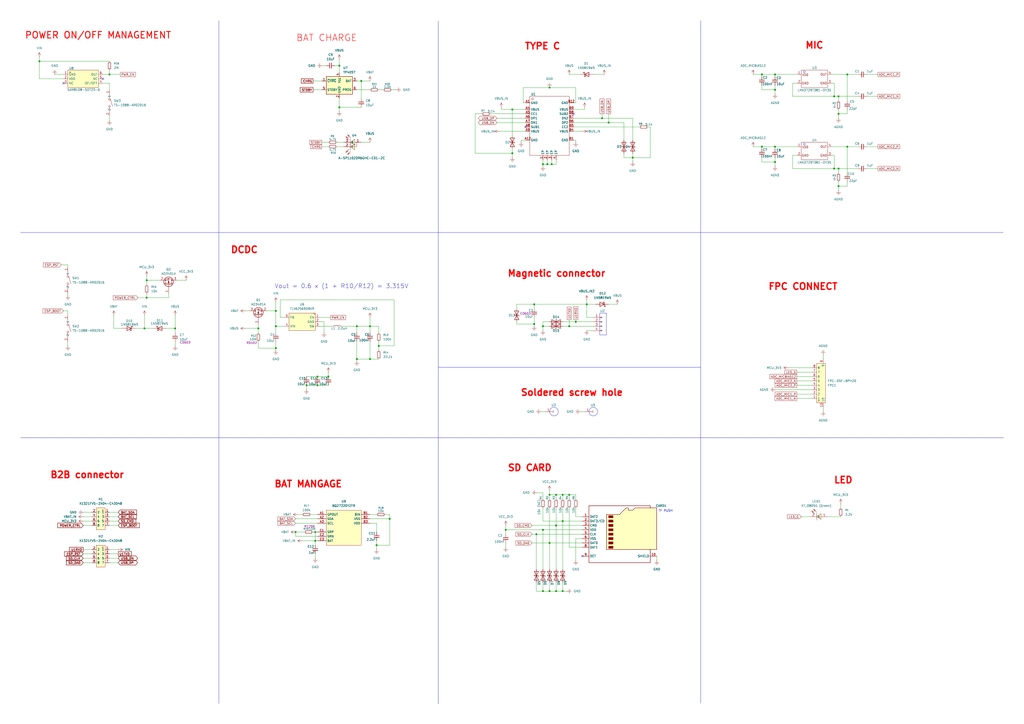
<source format=kicad_sch>
(kicad_sch (version 20250114) (generator "eeschema") (generator_version "9.0")
  (paper "A2")
  (title_block (title "P1"))
  (circle (center 321.31 238.76) (radius 2.5145))
  (circle (center 466.598 41.656) (radius 0.568))
  (rectangle (start 347.98 181.61) (end 351.79 194.31))
  (circle (center 344.17 238.76) (radius 2.5145))
  (circle (center 466.598 83.566) (radius 0.568))
  (text "B2B connector" (at 50.546 275.59 0) (effects (font (size 3.81 3.81) (thickness 0.762) (bold yes))))
  (text "TYPE C" (at 314.706 26.924 0) (effects (font (size 3.81 3.81) (thickness 0.762) (bold yes))))
  (text "MIC" (at 472.44 26.416 0) (effects (font (size 3.81 3.81) (thickness 0.762) (bold yes))))
  (text "SD CARD" (at 307.34 271.526 0) (effects (font (size 3.81 3.81) (thickness 0.762) (bold yes))))
  (text "DCDC" (at 141.732 145.034 0) (effects (font (size 3.81 3.81) (thickness 0.762) (bold yes))))
  (text "Soldered screw hole" (at 331.724 227.838 0) (effects (font (size 3.81 3.81) (thickness 0.762) (bold yes))))
  (text "BAT MANGAGE" (at 178.816 280.924 0) (effects (font (size 3.81 3.81) (thickness 0.762) (bold yes))))
  (text "Vout = 0.6 x (1 + R10/R12) = 3.315V" (at 198.12 166.116 0) (effects (font (size 2.54 2.54))))
  (text "TF PUSH" (at 386.08 296.418 0) (effects (font (size 1.27 1.27))))
  (text "POWER ON/OFF MANAGEMENT" (at 56.896 20.574 0) (effects (font (size 3.81 3.81) (thickness 0.508) (bold yes))))
  (text "BAT CHARGE" (at 189.484 22.098 0) (effects (font (size 3.81 3.81) (thickness 0.254) (bold yes))))
  (text "LED" (at 489.204 278.638 0) (effects (font (size 3.81 3.81) (thickness 0.762) (bold yes))))
  (text "FPC CONNECT" (at 465.836 166.37 0) (effects (font (size 3.81 3.81) (thickness 0.762) (bold yes))))
  (text "Magnetic connector" (at 322.834 158.75 0) (effects (font (size 3.81 3.81) (thickness 0.762) (bold yes))))
  (junction (at 149.86 190.5))
  (junction (at 486.41 66.04))
  (junction (at 184.15 218.44))
  (junction (at 441.96 43.18))
  (junction (at 207.01 208.28))
  (junction (at 491.49 43.18))
  (junction (at 297.18 88.9))
  (junction (at 160.02 180.34))
  (junction (at 318.77 342.9))
  (junction (at 196.85 38.1))
  (junction (at 85.09 162.56))
  (junction (at 171.45 308.61))
  (junction (at 483.87 97.79))
  (junction (at 314.96 307.34))
  (junction (at 326.39 287.02))
  (junction (at 367.03 91.44))
  (junction (at 330.2 287.02))
  (junction (at 441.96 85.09))
  (junction (at 314.96 342.9))
  (junction (at 326.39 342.9))
  (junction (at 207.01 189.23))
  (junction (at 318.77 314.96))
  (junction (at 330.2 189.23))
  (junction (at 483.87 55.88))
  (junction (at 182.88 308.61))
  (junction (at 196.85 62.23))
  (junction (at 486.41 107.95))
  (junction (at 449.58 93.98))
  (junction (at 349.25 68.58))
  (junction (at 297.18 63.5))
  (junction (at 85.09 172.72))
  (junction (at 309.88 187.96))
  (junction (at 177.8 223.52))
  (junction (at 293.37 307.34))
  (junction (at 318.77 287.02))
  (junction (at 322.58 287.02))
  (junction (at 353.06 71.12))
  (junction (at 209.55 46.99))
  (junction (at 314.96 95.25))
  (junction (at 190.5 218.44))
  (junction (at 63.5 43.18))
  (junction (at 218.44 316.23))
  (junction (at 486.41 97.79))
  (junction (at 160.02 189.23))
  (junction (at 317.5 95.25))
  (junction (at 320.04 95.25))
  (junction (at 160.02 201.93))
  (junction (at 449.58 85.09))
  (junction (at 214.63 208.28))
  (junction (at 214.63 189.23))
  (junction (at 314.96 189.23))
  (junction (at 491.49 85.09))
  (junction (at 449.58 52.07))
  (junction (at 334.01 186.69))
  (junction (at 101.6 190.5))
  (junction (at 340.36 176.53))
  (junction (at 318.77 50.8))
  (junction (at 226.06 300.99))
  (junction (at 311.15 309.88))
  (junction (at 182.88 313.69))
  (junction (at 83.82 190.5))
  (junction (at 184.15 223.52))
  (junction (at 486.41 55.88))
  (junction (at 322.58 304.8))
  (junction (at 219.71 200.66))
  (junction (at 22.86 35.56))
  (junction (at 322.58 342.9))
  (junction (at 326.39 302.26))
  (junction (at 449.58 43.18))
  (junction (at 309.88 176.53))
  (no_connect (at 332.74 66.04))
  (no_connect (at 304.8 73.66))
  (no_connect (at 36.83 48.26))
  (no_connect (at 337.82 322.58))
  (no_connect (at 59.69 45.72))
  (wire (pts (xy 223.52 298.45) (xy 226.06 298.45)))
  (wire (pts (xy 457.2 213.36) (xy 471.17 213.36)))
  (wire (pts (xy 171.45 300.99) (xy 184.15 300.99)))
  (wire (pts (xy 218.44 303.53) (xy 218.44 308.61)))
  (wire (pts (xy 184.15 313.69) (xy 182.88 313.69)))
  (wire (pts (xy 449.58 43.18) (xy 462.28 43.18)))
  (wire (pts (xy 186.69 85.09) (xy 190.5 85.09)))
  (wire (pts (xy 185.42 184.15) (xy 191.77 184.15)))
  (wire (pts (xy 459.74 97.79) (xy 483.87 97.79)))
  (wire (pts (xy 48.26 318.77) (xy 53.34 318.77)))
  (wire (pts (xy 160.02 189.23) (xy 165.1 189.23)))
  (wire (pts (xy 209.55 82.55) (xy 214.63 82.55)))
  (wire (pts (xy 314.96 186.69) (xy 314.96 189.23)))
  (wire (pts (xy 330.2 317.5) (xy 337.82 317.5)))
  (wire (pts (xy 314.96 294.64) (xy 314.96 302.26)))
  (wire (pts (xy 101.6 190.5) (xy 96.52 190.5)))
  (wire (pts (xy 330.2 185.42) (xy 330.2 189.23)))
  (wire (pts (xy 196.85 62.23) (xy 209.55 62.23)))
  (wire (pts (xy 334.01 59.69) (xy 334.01 50.8)))
  (wire (pts (xy 22.86 35.56) (xy 63.5 35.56)))
  (wire (pts (xy 196.85 34.29) (xy 196.85 38.1)))
  (wire (pts (xy 326.39 289.56) (xy 326.39 287.02)))
  (wire (pts (xy 35.56 153.67) (xy 39.37 153.67)))
  (wire (pts (xy 441.96 93.98) (xy 449.58 93.98)))
  (wire (pts (xy 482.6 85.09) (xy 491.49 85.09)))
  (wire (pts (xy 288.29 68.58) (xy 304.8 68.58)))
  (wire (pts (xy 207.01 46.99) (xy 209.55 46.99)))
  (wire (pts (xy 275.59 88.9) (xy 297.18 88.9)))
  (wire (pts (xy 326.39 287.02) (xy 322.58 287.02)))
  (wire (pts (xy 339.09 63.5) (xy 339.09 62.23)))
  (wire (pts (xy 63.5 297.18) (xy 68.58 297.18)))
  (wire (pts (xy 449.58 44.45) (xy 449.58 43.18)))
  (wire (pts (xy 334.01 287.02) (xy 330.2 287.02)))
  (wire (pts (xy 219.71 198.12) (xy 219.71 200.66)))
  (wire (pts (xy 149.86 190.5) (xy 149.86 193.04)))
  (wire (pts (xy 177.8 223.52) (xy 177.8 226.06)))
  (wire (pts (xy 322.58 342.9) (xy 326.39 342.9)))
  (wire (pts (xy 207.01 198.12) (xy 207.01 208.28)))
  (wire (pts (xy 198.12 189.23) (xy 207.01 189.23)))
  (wire (pts (xy 340.36 184.15) (xy 344.17 184.15)))
  (wire (pts (xy 486.41 63.5) (xy 486.41 66.04)))
  (wire (pts (xy 330.2 289.56) (xy 330.2 287.02)))
  (wire (pts (xy 142.24 190.5) (xy 149.86 190.5)))
  (wire (pts (xy 214.63 189.23) (xy 207.01 189.23)))
  (wire (pts (xy 322.58 287.02) (xy 318.77 287.02)))
  (wire (pts (xy 441.96 43.18) (xy 449.58 43.18)))
  (wire (pts (xy 322.58 294.64) (xy 322.58 304.8)))
  (wire (pts (xy 85.09 162.56) (xy 92.71 162.56)))
  (wire (pts (xy 353.06 71.12) (xy 353.06 66.04)))
  (wire (pts (xy 332.74 71.12) (xy 353.06 71.12)))
  (wire (pts (xy 317.5 92.71) (xy 317.5 95.25)))
  (wire (pts (xy 462.28 90.17) (xy 459.74 90.17)))
  (wire (pts (xy 462.28 218.44) (xy 471.17 218.44)))
  (wire (pts (xy 290.83 62.23) (xy 290.83 63.5)))
  (wire (pts (xy 483.87 48.26) (xy 483.87 55.88)))
  (wire (pts (xy 279.4 66.04) (xy 275.59 66.04)))
  (wire (pts (xy 209.55 46.99) (xy 214.63 46.99)))
  (wire (pts (xy 320.04 92.71) (xy 320.04 95.25)))
  (wire (pts (xy 337.82 312.42) (xy 334.01 312.42)))
  (wire (pts (xy 171.45 303.53) (xy 184.15 303.53)))
  (wire (pts (xy 441.96 52.07) (xy 441.96 49.53)))
  (wire (pts (xy 482.6 43.18) (xy 491.49 43.18)))
  (wire (pts (xy 297.18 88.9) (xy 297.18 91.44)))
  (wire (pts (xy 219.71 189.23) (xy 214.63 189.23)))
  (polyline (pts (xy 406.4 11.938) (xy 406.4 407.924)))
  (wire (pts (xy 39.37 180.34) (xy 39.37 182.88)))
  (wire (pts (xy 293.37 307.34) (xy 293.37 309.88)))
  (wire (pts (xy 149.86 187.96) (xy 149.86 190.5)))
  (wire (pts (xy 214.63 198.12) (xy 214.63 208.28)))
  (wire (pts (xy 102.87 162.56) (xy 107.95 162.56)))
  (wire (pts (xy 226.06 316.23) (xy 218.44 316.23)))
  (wire (pts (xy 308.61 304.8) (xy 322.58 304.8)))
  (wire (pts (xy 97.79 170.18) (xy 97.79 172.72)))
  (wire (pts (xy 332.74 63.5) (xy 339.09 63.5)))
  (wire (pts (xy 299.72 186.69) (xy 299.72 187.96)))
  (wire (pts (xy 334.01 312.42) (xy 334.01 325.12)))
  (wire (pts (xy 309.88 176.53) (xy 340.36 176.53)))
  (wire (pts (xy 340.36 191.77) (xy 344.17 191.77)))
  (wire (pts (xy 322.58 95.25) (xy 320.04 95.25)))
  (wire (pts (xy 491.49 107.95) (xy 486.41 107.95)))
  (wire (pts (xy 441.96 86.36) (xy 441.96 85.09)))
  (wire (pts (xy 160.02 175.26) (xy 160.02 180.34)))
  (wire (pts (xy 83.82 190.5) (xy 88.9 190.5)))
  (wire (pts (xy 218.44 313.69) (xy 218.44 316.23)))
  (wire (pts (xy 482.6 90.17) (xy 483.87 90.17)))
  (wire (pts (xy 482.6 48.26) (xy 483.87 48.26)))
  (wire (pts (xy 462.28 231.14) (xy 471.17 231.14)))
  (wire (pts (xy 322.58 289.56) (xy 322.58 287.02)))
  (wire (pts (xy 219.71 200.66) (xy 219.71 203.2)))
  (wire (pts (xy 337.82 299.72) (xy 334.01 299.72)))
  (wire (pts (xy 332.74 76.2) (xy 337.82 76.2)))
  (wire (pts (xy 326.39 302.26) (xy 326.39 294.64)))
  (wire (pts (xy 63.5 48.26) (xy 63.5 52.07)))
  (wire (pts (xy 284.48 66.04) (xy 304.8 66.04)))
  (wire (pts (xy 226.06 298.45) (xy 226.06 300.99)))
  (wire (pts (xy 459.74 48.26) (xy 459.74 55.88)))
  (wire (pts (xy 462.28 215.9) (xy 471.17 215.9)))
  (wire (pts (xy 340.36 173.99) (xy 340.36 176.53)))
  (polyline (pts (xy 11.938 134.874) (xy 581.914 134.874)))
  (wire (pts (xy 332.74 59.69) (xy 334.01 59.69)))
  (wire (pts (xy 214.63 193.04) (xy 214.63 189.23)))
  (wire (pts (xy 63.5 40.64) (xy 63.5 43.18)))
  (polyline (pts (xy 254.254 12.192) (xy 254.254 408.178)))
  (wire (pts (xy 184.15 223.52) (xy 190.5 223.52)))
  (wire (pts (xy 303.53 59.69) (xy 303.53 50.8)))
  (wire (pts (xy 337.82 302.26) (xy 326.39 302.26)))
  (wire (pts (xy 39.37 198.12) (xy 39.37 200.66)))
  (wire (pts (xy 63.5 326.39) (xy 68.58 326.39)))
  (wire (pts (xy 227.33 52.07) (xy 229.87 52.07)))
  (wire (pts (xy 289.56 76.2) (xy 304.8 76.2)))
  (wire (pts (xy 78.74 190.5) (xy 83.82 190.5)))
  (wire (pts (xy 311.15 285.75) (xy 314.96 285.75)))
  (wire (pts (xy 171.45 311.15) (xy 171.45 308.61)))
  (wire (pts (xy 449.58 93.98) (xy 449.58 96.52)))
  (wire (pts (xy 334.01 289.56) (xy 334.01 287.02)))
  (wire (pts (xy 196.85 62.23) (xy 196.85 64.77)))
  (wire (pts (xy 207.01 189.23) (xy 207.01 193.04)))
  (wire (pts (xy 361.95 91.44) (xy 367.03 91.44)))
  (wire (pts (xy 483.87 90.17) (xy 483.87 97.79)))
  (wire (pts (xy 462.28 223.52) (xy 471.17 223.52)))
  (wire (pts (xy 320.04 95.25) (xy 317.5 95.25)))
  (wire (pts (xy 318.77 294.64) (xy 318.77 314.96)))
  (wire (pts (xy 165.1 184.15) (xy 162.56 184.15)))
  (wire (pts (xy 318.77 287.02) (xy 318.77 289.56)))
  (wire (pts (xy 160.02 198.12) (xy 160.02 201.93)))
  (wire (pts (xy 309.88 184.15) (xy 309.88 187.96)))
  (wire (pts (xy 299.72 176.53) (xy 309.88 176.53)))
  (wire (pts (xy 48.26 297.18) (xy 53.34 297.18)))
  (wire (pts (xy 314.96 285.75) (xy 314.96 289.56)))
  (wire (pts (xy 85.09 162.56) (xy 85.09 165.1)))
  (wire (pts (xy 160.02 189.23) (xy 160.02 193.04)))
  (wire (pts (xy 85.09 172.72) (xy 80.01 172.72)))
  (wire (pts (xy 486.41 107.95) (xy 486.41 110.49)))
  (wire (pts (xy 361.95 71.12) (xy 353.06 71.12)))
  (wire (pts (xy 441.96 93.98) (xy 441.96 91.44)))
  (wire (pts (xy 218.44 316.23) (xy 218.44 318.77)))
  (wire (pts (xy 304.8 81.28) (xy 302.26 81.28)))
  (wire (pts (xy 299.72 179.07) (xy 299.72 176.53)))
  (wire (pts (xy 207.01 208.28) (xy 207.01 209.55)))
  (wire (pts (xy 318.77 314.96) (xy 318.77 330.2)))
  (wire (pts (xy 186.69 38.1) (xy 189.23 38.1)))
  (wire (pts (xy 299.72 187.96) (xy 309.88 187.96)))
  (polyline (pts (xy 127 11.938) (xy 127 408.178)))
  (wire (pts (xy 449.58 52.07) (xy 449.58 54.61)))
  (wire (pts (xy 228.6 200.66) (xy 219.71 200.66)))
  (wire (pts (xy 334.01 299.72) (xy 334.01 294.64)))
  (wire (pts (xy 97.79 172.72) (xy 85.09 172.72)))
  (wire (pts (xy 311.15 342.9) (xy 314.96 342.9)))
  (wire (pts (xy 483.87 97.79) (xy 486.41 97.79)))
  (wire (pts (xy 162.56 173.99) (xy 228.6 173.99)))
  (wire (pts (xy 449.58 86.36) (xy 449.58 85.09)))
  (wire (pts (xy 330.2 43.18) (xy 336.55 43.18)))
  (wire (pts (xy 375.92 73.66) (xy 377.19 73.66)))
  (wire (pts (xy 326.39 186.69) (xy 334.01 186.69)))
  (wire (pts (xy 318.77 342.9) (xy 322.58 342.9)))
  (wire (pts (xy 297.18 63.5) (xy 304.8 63.5)))
  (wire (pts (xy 162.56 184.15) (xy 162.56 173.99)))
  (wire (pts (xy 326.39 302.26) (xy 326.39 330.2)))
  (wire (pts (xy 63.5 304.8) (xy 68.58 304.8)))
  (polyline (pts (xy 254.254 408.178) (xy 254.508 408.178)))
  (wire (pts (xy 101.6 198.12) (xy 101.6 200.66)))
  (wire (pts (xy 332.74 81.28) (xy 334.01 81.28)))
  (wire (pts (xy 48.26 326.39) (xy 53.34 326.39)))
  (wire (pts (xy 194.31 38.1) (xy 196.85 38.1)))
  (wire (pts (xy 491.49 43.18) (xy 491.49 58.42)))
  (wire (pts (xy 190.5 215.9) (xy 190.5 218.44)))
  (wire (pts (xy 142.24 180.34) (xy 144.78 180.34)))
  (wire (pts (xy 182.88 313.69) (xy 182.88 308.61)))
  (wire (pts (xy 214.63 184.15) (xy 214.63 189.23)))
  (wire (pts (xy 318.77 186.69) (xy 314.96 186.69)))
  (wire (pts (xy 330.2 287.02) (xy 326.39 287.02)))
  (wire (pts (xy 309.88 187.96) (xy 309.88 189.23)))
  (wire (pts (xy 63.5 302.26) (xy 68.58 302.26)))
  (wire (pts (xy 340.36 176.53) (xy 340.36 184.15)))
  (wire (pts (xy 314.96 189.23) (xy 314.96 191.77)))
  (wire (pts (xy 63.5 67.31) (xy 63.5 69.85)))
  (wire (pts (xy 181.61 308.61) (xy 182.88 308.61)))
  (wire (pts (xy 462.28 220.98) (xy 471.17 220.98)))
  (wire (pts (xy 293.37 304.8) (xy 293.37 307.34)))
  (wire (pts (xy 486.41 66.04) (xy 486.41 68.58)))
  (wire (pts (xy 491.49 105.41) (xy 491.49 107.95)))
  (wire (pts (xy 214.63 300.99) (xy 226.06 300.99)))
  (wire (pts (xy 449.58 93.98) (xy 449.58 91.44)))
  (wire (pts (xy 322.58 304.8) (xy 322.58 330.2)))
  (wire (pts (xy 59.69 43.18) (xy 63.5 43.18)))
  (wire (pts (xy 304.8 59.69) (xy 303.53 59.69)))
  (wire (pts (xy 66.04 182.88) (xy 66.04 190.5)))
  (wire (pts (xy 462.28 48.26) (xy 459.74 48.26)))
  (wire (pts (xy 160.02 180.34) (xy 160.02 189.23)))
  (wire (pts (xy 367.03 81.28) (xy 367.03 68.58)))
  (wire (pts (xy 486.41 97.79) (xy 486.41 100.33)))
  (wire (pts (xy 180.34 298.45) (xy 184.15 298.45)))
  (wire (pts (xy 196.85 57.15) (xy 196.85 62.23)))
  (wire (pts (xy 334.01 186.69) (xy 344.17 186.69)))
  (wire (pts (xy 340.36 176.53) (xy 345.44 176.53)))
  (wire (pts (xy 48.26 321.31) (xy 53.34 321.31)))
  (wire (pts (xy 59.69 48.26) (xy 63.5 48.26)))
  (wire (pts (xy 314.96 302.26) (xy 326.39 302.26)))
  (wire (pts (xy 486.41 55.88) (xy 497.84 55.88)))
  (wire (pts (xy 318.77 337.82) (xy 318.77 342.9)))
  (wire (pts (xy 502.92 43.18) (xy 509.27 43.18)))
  (wire (pts (xy 48.26 304.8) (xy 53.34 304.8)))
  (wire (pts (xy 486.41 55.88) (xy 486.41 58.42)))
  (wire (pts (xy 31.75 43.18) (xy 36.83 43.18)))
  (wire (pts (xy 377.19 73.66) (xy 377.19 91.44)))
  (wire (pts (xy 480.06 299.72) (xy 487.68 299.72)))
  (wire (pts (xy 441.96 52.07) (xy 449.58 52.07)))
  (wire (pts (xy 330.2 294.64) (xy 330.2 317.5)))
  (wire (pts (xy 308.61 314.96) (xy 318.77 314.96)))
  (wire (pts (xy 353.06 176.53) (xy 358.14 176.53)))
  (wire (pts (xy 332.74 73.66) (xy 370.84 73.66)))
  (wire (pts (xy 63.5 43.18) (xy 69.85 43.18)))
  (wire (pts (xy 184.15 218.44) (xy 190.5 218.44)))
  (wire (pts (xy 149.86 201.93) (xy 160.02 201.93)))
  (wire (pts (xy 367.03 88.9) (xy 367.03 91.44)))
  (wire (pts (xy 186.69 82.55) (xy 190.5 82.55)))
  (wire (pts (xy 334.01 50.8) (xy 318.77 50.8)))
  (wire (pts (xy 477.52 236.22) (xy 477.52 238.76)))
  (wire (pts (xy 275.59 66.04) (xy 275.59 88.9)))
  (wire (pts (xy 219.71 52.07) (xy 222.25 52.07)))
  (wire (pts (xy 491.49 85.09) (xy 491.49 100.33)))
  (wire (pts (xy 322.58 337.82) (xy 322.58 342.9)))
  (wire (pts (xy 172.72 298.45) (xy 175.26 298.45)))
  (wire (pts (xy 332.74 68.58) (xy 349.25 68.58)))
  (wire (pts (xy 22.86 35.56) (xy 22.86 33.02)))
  (wire (pts (xy 36.83 180.34) (xy 39.37 180.34)))
  (wire (pts (xy 464.82 299.72) (xy 469.9 299.72)))
  (wire (pts (xy 311.15 337.82) (xy 311.15 342.9)))
  (wire (pts (xy 181.61 52.07) (xy 186.69 52.07)))
  (wire (pts (xy 195.58 82.55) (xy 199.39 82.55)))
  (wire (pts (xy 22.86 45.72) (xy 22.86 35.56)))
  (wire (pts (xy 214.63 303.53) (xy 218.44 303.53)))
  (wire (pts (xy 502.92 55.88) (xy 509.27 55.88)))
  (wire (pts (xy 311.15 309.88) (xy 337.82 309.88)))
  (wire (pts (xy 48.26 323.85) (xy 53.34 323.85)))
  (wire (pts (xy 486.41 97.79) (xy 497.84 97.79)))
  (wire (pts (xy 160.02 201.93) (xy 160.02 203.2)))
  (wire (pts (xy 491.49 43.18) (xy 497.84 43.18)))
  (wire (pts (xy 297.18 63.5) (xy 297.18 78.74)))
  (wire (pts (xy 367.03 68.58) (xy 349.25 68.58)))
  (wire (pts (xy 207.01 52.07) (xy 214.63 52.07)))
  (wire (pts (xy 449.58 226.06) (xy 471.17 226.06)))
  (wire (pts (xy 63.5 323.85) (xy 68.58 323.85)))
  (wire (pts (xy 290.83 63.5) (xy 297.18 63.5)))
  (wire (pts (xy 459.74 55.88) (xy 483.87 55.88)))
  (wire (pts (xy 63.5 299.72) (xy 68.58 299.72)))
  (wire (pts (xy 66.04 190.5) (xy 71.12 190.5)))
  (wire (pts (xy 318.77 314.96) (xy 337.82 314.96)))
  (wire (pts (xy 491.49 63.5) (xy 491.49 66.04)))
  (wire (pts (xy 177.8 218.44) (xy 184.15 218.44)))
  (wire (pts (xy 441.96 44.45) (xy 441.96 43.18)))
  (wire (pts (xy 314.96 95.25) (xy 314.96 96.52)))
  (wire (pts (xy 491.49 66.04) (xy 486.41 66.04)))
  (wire (pts (xy 502.92 85.09) (xy 509.27 85.09)))
  (wire (pts (xy 184.15 311.15) (xy 171.45 311.15)))
  (wire (pts (xy 336.55 238.76) (xy 339.09 238.76)))
  (wire (pts (xy 171.45 308.61) (xy 176.53 308.61)))
  (wire (pts (xy 349.25 68.58) (xy 349.25 66.04)))
  (wire (pts (xy 207.01 208.28) (xy 214.63 208.28)))
  (wire (pts (xy 293.37 307.34) (xy 314.96 307.34)))
  (wire (pts (xy 459.74 90.17) (xy 459.74 97.79)))
  (wire (pts (xy 39.37 153.67) (xy 39.37 154.94)))
  (wire (pts (xy 182.88 313.69) (xy 182.88 316.23)))
  (wire (pts (xy 182.88 308.61) (xy 184.15 308.61)))
  (wire (pts (xy 36.83 45.72) (xy 22.86 45.72)))
  (wire (pts (xy 48.26 299.72) (xy 53.34 299.72)))
  (wire (pts (xy 85.09 170.18) (xy 85.09 172.72)))
  (wire (pts (xy 367.03 91.44) (xy 367.03 93.98)))
  (wire (pts (xy 381 322.58) (xy 381 325.12)))
  (wire (pts (xy 462.28 228.6) (xy 471.17 228.6)))
  (wire (pts (xy 314.96 189.23) (xy 318.77 189.23)))
  (wire (pts (xy 314.96 92.71) (xy 314.96 95.25)))
  (wire (pts (xy 361.95 81.28) (xy 361.95 71.12)))
  (wire (pts (xy 175.26 313.69) (xy 182.88 313.69)))
  (wire (pts (xy 187.96 186.69) (xy 187.96 193.04)))
  (wire (pts (xy 177.8 223.52) (xy 184.15 223.52)))
  (wire (pts (xy 449.58 85.09) (xy 462.28 85.09)))
  (wire (pts (xy 502.92 97.79) (xy 509.27 97.79)))
  (wire (pts (xy 314.96 307.34) (xy 337.82 307.34)))
  (wire (pts (xy 441.96 85.09) (xy 449.58 85.09)))
  (wire (pts (xy 311.15 309.88) (xy 311.15 330.2)))
  (wire (pts (xy 322.58 304.8) (xy 337.82 304.8)))
  (wire (pts (xy 334.01 81.28) (xy 334.01 82.55)))
  (wire (pts (xy 209.55 46.99) (xy 209.55 57.15)))
  (wire (pts (xy 297.18 86.36) (xy 297.18 88.9)))
  (wire (pts (xy 63.5 318.77) (xy 68.58 318.77)))
  (wire (pts (xy 344.17 43.18) (xy 350.52 43.18)))
  (wire (pts (xy 308.61 309.88) (xy 311.15 309.88)))
  (wire (pts (xy 83.82 182.88) (xy 83.82 190.5)))
  (wire (pts (xy 219.71 193.04) (xy 219.71 189.23)))
  (wire (pts (xy 483.87 55.88) (xy 486.41 55.88)))
  (wire (pts (xy 330.2 189.23) (xy 344.17 189.23)))
  (wire (pts (xy 293.37 314.96) (xy 293.37 317.5)))
  (wire (pts (xy 196.85 38.1) (xy 196.85 41.91)))
  (wire (pts (xy 185.42 189.23) (xy 193.04 189.23)))
  (polyline (pts (xy 254.254 213.106) (xy 406.4 213.106)))
  (wire (pts (xy 361.95 88.9) (xy 361.95 91.44)))
  (wire (pts (xy 477.52 205.74) (xy 477.52 208.28)))
  (wire (pts (xy 314.96 307.34) (xy 314.96 330.2)))
  (wire (pts (xy 214.63 298.45) (xy 218.44 298.45)))
  (polyline (pts (xy 11.938 254) (xy 582.168 254)))
  (wire (pts (xy 154.94 180.34) (xy 160.02 180.34)))
  (wire (pts (xy 449.58 52.07) (xy 449.58 49.53)))
  (wire (pts (xy 149.86 198.12) (xy 149.86 201.93)))
  (wire (pts (xy 181.61 46.99) (xy 186.69 46.99)))
  (wire (pts (xy 487.68 292.1) (xy 487.68 294.64)))
  (wire (pts (xy 288.29 71.12) (xy 304.8 71.12)))
  (wire (pts (xy 436.88 85.09) (xy 441.96 85.09)))
  (wire (pts (xy 317.5 95.25) (xy 314.96 95.25)))
  (wire (pts (xy 85.09 160.02) (xy 85.09 162.56)))
  (wire (pts (xy 436.88 43.18) (xy 441.96 43.18)))
  (wire (pts (xy 182.88 321.31) (xy 182.88 323.85)))
  (wire (pts (xy 326.39 189.23) (xy 330.2 189.23)))
  (wire (pts (xy 195.58 85.09) (xy 199.39 85.09)))
  (wire (pts (xy 491.49 85.09) (xy 497.84 85.09)))
  (wire (pts (xy 101.6 190.5) (xy 101.6 193.04)))
  (wire (pts (xy 486.41 105.41) (xy 486.41 107.95)))
  (wire (pts (xy 309.88 179.07) (xy 309.88 176.53)))
  (wire (pts (xy 334.01 185.42) (xy 334.01 186.69)))
  (wire (pts (xy 101.6 182.88) (xy 101.6 190.5)))
  (wire (pts (xy 63.5 321.31) (xy 68.58 321.31)))
  (wire (pts (xy 326.39 342.9) (xy 328.93 342.9)))
  (wire (pts (xy 228.6 173.99) (xy 228.6 200.66)))
  (wire (pts (xy 48.26 302.26) (xy 53.34 302.26)))
  (wire (pts (xy 313.69 238.76) (xy 316.23 238.76)))
  (wire (pts (xy 314.96 337.82) (xy 314.96 342.9)))
  (wire (pts (xy 39.37 170.18) (xy 39.37 171.45)))
  (wire (pts (xy 314.96 342.9) (xy 318.77 342.9)))
  (wire (pts (xy 226.06 300.99) (xy 226.06 316.23)))
  (wire (pts (xy 214.63 208.28) (xy 219.71 208.28)))
  (wire (pts (xy 377.19 91.44) (xy 367.03 91.44)))
  (wire (pts (xy 322.58 92.71) (xy 322.58 95.25)))
  (wire (pts (xy 302.26 81.28) (xy 302.26 82.55)))
  (wire (pts (xy 303.53 50.8) (xy 318.77 50.8)))
  (wire (pts (xy 318.77 284.48) (xy 318.77 287.02)))
  (wire (pts (xy 185.42 186.69) (xy 187.96 186.69)))
  (wire (pts (xy 326.39 337.82) (xy 326.39 342.9)))
  (global_label "ADC_MIC1_N" (shape passive) (at 509.27 55.88 0) (property "Intersheetrefs" "${INTERSHEET_REFS}" (effects (hide yes))))
  (global_label "U1RXD" (shape passive) (at 48.26 318.77 180) (effects (font (thickness 0.254) (bold yes))) (property "Intersheetrefs" "${INTERSHEET_REFS}" (effects (hide yes))))
  (global_label "USB_DP" (shape bidirectional) (at 288.29 68.58 180) (property "Intersheetrefs" "${INTERSHEET_REFS}" (effects (hide yes))))
  (global_label "ESP_RST" (shape input) (at 35.56 153.67 180) (property "Intersheetrefs" "${INTERSHEET_REFS}" (effects (hide yes))))
  (global_label "POWER_CTRL" (shape input) (at 80.01 172.72 180) (property "Intersheetrefs" "${INTERSHEET_REFS}" (effects (hide yes))))
  (global_label "CHRG" (shape passive) (at 181.61 46.99 180) (effects (font (thickness 0.254) (bold yes))) (property "Intersheetrefs" "${INTERSHEET_REFS}" (effects (hide yes))))
  (global_label "BAT_SCL" (shape input) (at 171.45 303.53 180) (property "Intersheetrefs" "${INTERSHEET_REFS}" (effects (hide yes))))
  (global_label "ADC_MIC2_N" (shape passive) (at 509.27 97.79 0) (property "Intersheetrefs" "${INTERSHEET_REFS}" (effects (hide yes))))
  (global_label "USB_DN" (shape bidirectional) (at 288.29 71.12 180) (property "Intersheetrefs" "${INTERSHEET_REFS}" (effects (hide yes))))
  (global_label "ADC_MIC2_P" (shape passive) (at 462.28 223.52 180) (property "Intersheetrefs" "${INTERSHEET_REFS}" (effects (hide yes))))
  (global_label "SD_CMD" (shape input) (at 68.58 302.26 0) (effects (font (thickness 0.254) (bold yes))) (property "Intersheetrefs" "${INTERSHEET_REFS}" (effects (hide yes))))
  (global_label "SD_CLK" (shape input) (at 48.26 323.85 180) (effects (font (thickness 0.254) (bold yes))) (property "Intersheetrefs" "${INTERSHEET_REFS}" (effects (hide yes))))
  (global_label "STDBY" (shape passive) (at 181.61 52.07 180) (effects (font (thickness 0.254) (bold yes))) (property "Intersheetrefs" "${INTERSHEET_REFS}" (effects (hide yes))))
  (global_label "STDBY" (shape passive) (at 186.69 82.55 180) (property "Intersheetrefs" "${INTERSHEET_REFS}" (effects (hide yes))))
  (global_label "ADC_MIC2_N" (shape passive) (at 462.28 220.98 180) (property "Intersheetrefs" "${INTERSHEET_REFS}" (effects (hide yes))))
  (global_label "PWR_EN" (shape passive) (at 69.85 43.18 0) (property "Intersheetrefs" "${INTERSHEET_REFS}" (effects (hide yes))))
  (global_label "ESP_BOOT" (shape input) (at 68.58 304.8 0) (effects (font (thickness 0.254) (bold yes))) (property "Intersheetrefs" "${INTERSHEET_REFS}" (effects (hide yes))))
  (global_label "ADC_MICBIAS12" (shape passive) (at 462.28 218.44 180) (property "Intersheetrefs" "${INTERSHEET_REFS}" (effects (hide yes))))
  (global_label "SD_DA0" (shape input) (at 308.61 314.96 180) (property "Intersheetrefs" "${INTERSHEET_REFS}" (effects (hide yes))))
  (global_label "CHRG" (shape passive) (at 186.69 85.09 180) (property "Intersheetrefs" "${INTERSHEET_REFS}" (effects (hide yes))))
  (global_label "BAT_SDA" (shape input) (at 68.58 297.18 0) (effects (font (thickness 0.254) (bold yes))) (property "Intersheetrefs" "${INTERSHEET_REFS}" (effects (hide yes))))
  (global_label "BAT_SDA" (shape input) (at 171.45 300.99 180) (property "Intersheetrefs" "${INTERSHEET_REFS}" (effects (hide yes))))
  (global_label "USB_DN" (shape passive) (at 349.25 66.04 90) (property "Intersheetrefs" "${INTERSHEET_REFS}" (effects (hide yes))))
  (global_label "USB_DP" (shape bidirectional) (at 68.58 326.39 0) (effects (font (thickness 0.254) (bold yes))) (property "Intersheetrefs" "${INTERSHEET_REFS}" (effects (hide yes))))
  (global_label "U1TXD" (shape passive) (at 68.58 321.31 0) (effects (font (thickness 0.254) (bold yes))) (property "Intersheetrefs" "${INTERSHEET_REFS}" (effects (hide yes))))
  (global_label "LED_G" (shape input) (at 464.82 299.72 180) (property "Intersheetrefs" "${INTERSHEET_REFS}" (effects (hide yes))))
  (global_label "LED_G" (shape passive) (at 462.28 215.9 180) (property "Intersheetrefs" "${INTERSHEET_REFS}" (effects (hide yes))))
  (global_label "ESP_RST" (shape input) (at 48.26 321.31 180) (effects (font (thickness 0.254) (bold yes))) (property "Intersheetrefs" "${INTERSHEET_REFS}" (effects (hide yes))))
  (global_label "USB_DP" (shape passive) (at 353.06 66.04 90) (property "Intersheetrefs" "${INTERSHEET_REFS}" (effects (hide yes))))
  (global_label "ESP_BOOT" (shape input) (at 36.83 180.34 180) (property "Intersheetrefs" "${INTERSHEET_REFS}" (effects (hide yes))))
  (global_label "POWER_CTRL" (shape input) (at 48.26 304.8 180) (effects (font (thickness 0.254) (bold yes))) (property "Intersheetrefs" "${INTERSHEET_REFS}" (effects (hide yes))))
  (global_label "U1RXD" (shape passive) (at 334.01 185.42 90) (property "Intersheetrefs" "${INTERSHEET_REFS}" (effects (hide yes))))
  (global_label "ADC_MIC1_P" (shape passive) (at 509.27 43.18 0) (property "Intersheetrefs" "${INTERSHEET_REFS}" (effects (hide yes))))
  (global_label "PWR_EN" (shape passive) (at 191.77 184.15 0) (property "Intersheetrefs" "${INTERSHEET_REFS}" (effects (hide yes))))
  (global_label "SD_CLK" (shape input) (at 308.61 309.88 180) (property "Intersheetrefs" "${INTERSHEET_REFS}" (effects (hide yes))))
  (global_label "USB_DN" (shape bidirectional) (at 68.58 323.85 0) (effects (font (thickness 0.254) (bold yes))) (property "Intersheetrefs" "${INTERSHEET_REFS}" (effects (hide yes))))
  (global_label "ADC_MIC1_P" (shape passive) (at 462.28 228.6 180) (property "Intersheetrefs" "${INTERSHEET_REFS}" (effects (hide yes))))
  (global_label "BAT_SCL" (shape input) (at 68.58 299.72 0) (effects (font (thickness 0.254) (bold yes))) (property "Intersheetrefs" "${INTERSHEET_REFS}" (effects (hide yes))))
  (global_label "ADC_MIC1_N" (shape passive) (at 462.28 231.14 180) (property "Intersheetrefs" "${INTERSHEET_REFS}" (effects (hide yes))))
  (global_label "ADC_MIC2_P" (shape passive) (at 509.27 85.09 0) (property "Intersheetrefs" "${INTERSHEET_REFS}" (effects (hide yes))))
  (global_label "SD_CMD" (shape input) (at 308.61 304.8 180) (property "Intersheetrefs" "${INTERSHEET_REFS}" (effects (hide yes))))
  (global_label "U1TXD" (shape passive) (at 330.2 185.42 90) (property "Intersheetrefs" "${INTERSHEET_REFS}" (effects (hide yes))))
  (global_label "SD_DA0" (shape input) (at 48.26 326.39 180) (effects (font (thickness 0.254) (bold yes))) (property "Intersheetrefs" "${INTERSHEET_REFS}" (effects (hide yes))))
  (symbol (lib_id "Diode:1N5819WS") (at 74.93 190.5 0) (mirror y) (unit 1)
    (property "Reference" "D10" (at 74.93 186.182 0))
    (property "Value" "1N5819WS" (at 75.184 188.214 0))
    (property "Footprint" "Diode_SMD:D_SOD-323" (effects (hide yes)))
    (property "Datasheet" "https://datasheet.lcsc.com/lcsc/2204281430_Guangdong-Hottech-1N5819WS_C191023.pdf" (effects (hide yes)))
    (property "Description" "40V 600mV@1A 1A SOD-323 Schottky Barrier Diodes, SOD-323" (effects (hide yes)))
  )
  (symbol (lib_id "Diode:1N5819WS") (at 349.25 176.53 180) (unit 1)
    (property "Reference" "D12" (at 349.5675 170.18 0))
    (property "Value" "1N5819WS" (at 349.5675 172.72 0))
    (property "Footprint" "Diode_SMD:D_SOD-323" (effects (hide yes)))
    (property "Datasheet" "https://datasheet.lcsc.com/lcsc/2204281430_Guangdong-Hottech-1N5819WS_C191023.pdf" (effects (hide yes)))
    (property "Description" "40V 600mV@1A 1A SOD-323 Schottky Barrier Diodes, SOD-323" (effects (hide yes)))
  )
  (symbol (lib_id "TLV62569DBVR:TLV62569DBVR") (at 175.26 186.69 0) (mirror y) (unit 1)
    (property "Reference" "U6" (at 175.26 176.53 0))
    (property "Value" "TLV62569DBVR" (at 175.26 179.07 0))
    (property "Footprint" "echoEarCustomFootprint:TLV62569DBVR_SOT-23-5_L3.0-W1.7-P0.95-LS2.8-BR" (effects (hide yes)))
    (property "Datasheet" "https://lcsc.com/product-detail/DC-DC-Converters_Texas-Instruments_TLV62569DBVR_Texas-Instruments-TI-TLV62569DBVR_C141836.html" (effects (hide yes)))
    (property "LCSC Part" "C141836" (effects (hide yes)))
  )
  (symbol (lib_id "power:VDD") (at 175.26 313.69 90) (unit 1)
    (property "Reference" "#PWR0122" (effects (hide yes)))
    (property "Value" "VBAT_IN" (at 171.45 313.6899 90) (effects (justify left)))
    (property "Description" "Power symbol creates a global label with name \"VDD\"" (effects (hide yes)))
  )
  (symbol (lib_id "power:VDD") (at 107.95 162.56 0) (unit 1)
    (property "Reference" "#PWR096" (effects (hide yes)))
    (property "Value" "VCC_3V3" (at 107.95 157.48 0))
    (property "Description" "Power symbol creates a global label with name \"VDD\"" (effects (hide yes)))
  )
  (symbol (lib_id "power:Earth") (at 486.41 110.49 0) (mirror y) (unit 1)
    (property "Reference" "#PWR0144" (effects (hide yes)))
    (property "Value" "AGND" (at 486.41 115.57 0))
    (property "Description" "Power symbol creates a global label with name \"Earth\"" (effects (hide yes)))
  )
  (symbol (lib_id "Device:R_Small") (at 281.94 66.04 90) (unit 1)
    (property "Reference" "R7" (at 280.162 64.262 90) (effects (font (size 1.016 1.016))))
    (property "Value" "5.1k" (at 284.988 64.516 90))
    (property "Description" "Resistor, small symbol" (effects (hide yes)))
  )
  (symbol (lib_id "Device:C_Small") (at 191.77 38.1 90) (unit 1)
    (property "Reference" "C9" (at 191.7763 31.75 90))
    (property "Value" "10uF" (at 191.7763 34.29 90))
    (property "Description" "Unpolarized capacitor, small symbol" (effects (hide yes)))
  )
  (symbol (lib_id "Device:L_Small") (at 195.58 189.23 90) (unit 1)
    (property "Reference" "L1" (at 193.294 190.5 90))
    (property "Value" "2.2uH" (at 198.628 190.5 90))
    (property "Description" "Inductor, small symbol" (effects (hide yes)))
  )
  (symbol (lib_id "FPC-05F-8PH20:FPC-05F-8PH20") (at 476.25 222.25 0) (mirror x) (unit 1)
    (property "Reference" "FPC1" (at 480.06 223.5201 0) (effects (justify left)))
    (property "Value" "FPC-05F-8PH20" (at 480.06 220.9801 0) (effects (justify left)))
    (property "Footprint" "echoEarCustomFootprint:FPC-05F-8PH20_FPC-SMD_8P-P0.50_FPC-05F-8PH20" (effects (hide yes)))
    (property "LCSC Part" "C2856797" (effects (hide yes)))
  )
  (symbol (lib_id "power:Earth") (at 229.87 52.07 90) (mirror x) (unit 1)
    (property "Reference" "#PWR0107" (effects (hide yes)))
    (property "Value" "GND" (at 233.68 52.0699 90) (effects (justify right)))
    (property "Description" "Power symbol creates a global label with name \"Earth\"" (effects (hide yes)))
  )
  (symbol (lib_id "Device:R_Small") (at 318.77 292.1 0) (unit 1)
    (property "Reference" "R2" (at 317.5 289.814 90) (effects (font (size 1.016 1.016)) (justify left)))
    (property "Value" "10k" (at 317.5 297.688 90) (effects (justify left)))
    (property "Description" "Resistor, small symbol" (effects (hide yes)))
  )
  (symbol (lib_id "power:VDD") (at 68.58 318.77 270) (unit 1)
    (property "Reference" "#PWR0104" (effects (hide yes)))
    (property "Value" "VIN" (at 72.39 318.7699 90) (effects (justify left)))
    (property "Description" "Power symbol creates a global label with name \"VDD\"" (effects (hide yes)))
  )
  (symbol (lib_id "power:Earth") (at 101.6 200.66 0) (mirror y) (unit 1)
    (property "Reference" "#PWR0100" (effects (hide yes)))
    (property "Value" "GND" (at 101.6 205.74 0))
    (property "Description" "Power symbol creates a global label with name \"Earth\"" (effects (hide yes)))
  )
  (symbol (lib_id "power:Earth") (at 160.02 203.2 0) (mirror y) (unit 1)
    (property "Reference" "#PWR0113" (effects (hide yes)))
    (property "Value" "GND" (at 160.02 208.28 0))
    (property "Description" "Power symbol creates a global label with name \"Earth\"" (effects (hide yes)))
  )
  (symbol (lib_id "LMA3729T381-OY3S:LMA3729T381-OY3S") (at 472.44 45.72 0) (unit 1)
    (property "Reference" "U3" (at 472.44 39.37 0))
    (property "Value" "LMA3729T381-OY3S" (at 472.44 52.324 0))
  )
  (symbol (lib_id "power:Earth") (at 207.01 209.55 0) (mirror y) (unit 1)
    (property "Reference" "#PWR0112" (effects (hide yes)))
    (property "Value" "GND" (at 207.01 214.63 0))
    (property "Description" "Power symbol creates a global label with name \"Earth\"" (effects (hide yes)))
  )
  (symbol (lib_id "power:Earth") (at 449.58 96.52 0) (mirror y) (unit 1)
    (property "Reference" "#PWR0143" (effects (hide yes)))
    (property "Value" "AGND" (at 449.58 101.6 0))
    (property "Description" "Power symbol creates a global label with name \"Earth\"" (effects (hide yes)))
  )
  (symbol (lib_id "power:Earth") (at 63.5 69.85 0) (mirror y) (unit 1)
    (property "Reference" "#PWR092" (effects (hide yes)))
    (property "Value" "GND" (at 63.5 74.93 0))
    (property "Description" "Power symbol creates a global label with name \"Earth\"" (effects (hide yes)))
  )
  (symbol (lib_id "power:VDD") (at 340.36 173.99 0) (unit 1)
    (property "Reference" "#PWR0126" (effects (hide yes)))
    (property "Value" "VBUS_IN2" (at 340.36 168.91 0))
    (property "Description" "Power symbol creates a global label with name \"VDD\"" (effects (hide yes)))
  )
  (symbol (lib_id "power:Earth") (at 297.18 91.44 0) (mirror y) (unit 1)
    (property "Reference" "#PWR0156" (effects (hide yes)))
    (property "Value" "GND" (at 297.18 96.52 0))
    (property "Description" "Power symbol creates a global label with name \"Earth\"" (effects (hide yes)))
  )
  (symbol (lib_id "power:Earth") (at 334.01 82.55 0) (mirror y) (unit 1)
    (property "Reference" "#PWR0152" (effects (hide yes)))
    (property "Value" "GND" (at 334.01 87.63 0))
    (property "Description" "Power symbol creates a global label with name \"Earth\"" (effects (hide yes)))
  )
  (symbol (lib_id "Transistor_FET:AO3401A") (at 97.79 165.1 270) (mirror x) (unit 1)
    (property "Reference" "Q2" (at 97.79 156.21 90))
    (property "Value" "AO3401A" (at 97.79 158.75 90))
    (property "Footprint" "Package_TO_SOT_SMD:SOT-23" (effects (hide yes)))
    (property "Datasheet" "http://www.aosmd.com/pdfs/datasheet/AO3401A.pdf" (effects (hide yes)))
    (property "Description" "-4.0A Id, -30V Vds, P-Channel MOSFET, SOT-23" (effects (hide yes)))
  )
  (symbol (lib_id "power:Earth") (at 340.36 191.77 0) (mirror y) (unit 1)
    (property "Reference" "#PWR0128" (effects (hide yes)))
    (property "Value" "GND" (at 340.36 196.85 0))
    (property "Description" "Power symbol creates a global label with name \"Earth\"" (effects (hide yes)))
  )
  (symbol (lib_id "Diode:1N5819WS") (at 340.36 43.18 0) (unit 1)
    (property "Reference" "D1" (at 340.0425 36.83 0))
    (property "Value" "1N5819WS" (at 340.0425 39.37 0))
    (property "Footprint" "Diode_SMD:D_SOD-323" (effects (hide yes)))
    (property "Datasheet" "https://datasheet.lcsc.com/lcsc/2204281430_Guangdong-Hottech-1N5819WS_C191023.pdf" (effects (hide yes)))
    (property "Description" "40V 600mV@1A 1A SOD-323 Schottky Barrier Diodes, SOD-323" (effects (hide yes)))
  )
  (symbol (lib_id "Device:C_Small") (at 309.88 181.61 0) (unit 1)
    (property "Reference" "C3" (at 306.578 180.086 0) (effects (justify left)))
    (property "Value" "10uF" (at 304.546 183.642 0) (effects (justify left)))
    (property "Footprint" "C0603" (at 304.8 181.864 0))
    (property "Description" "Unpolarized capacitor, small symbol" (effects (hide yes)))
  )
  (symbol (lib_id "Diode:1.5KExxCA") (at 314.96 334.01 90) (unit 1)
    (property "Reference" "D6" (at 316.23 338.074 0))
    (property "Value" "1.5KExxCA" (effects (hide yes)))
    (property "Footprint" "Diode_THT:D_DO-201AE_P15.24mm_Horizontal" (effects (hide yes)))
    (property "Datasheet" "https://www.vishay.com/docs/88301/15ke.pdf" (effects (hide yes)))
    (property "Description" "1500W bidirectional TVS diode, DO-201AE" (effects (hide yes)))
  )
  (symbol (lib_id "power:Earth") (at 477.52 238.76 0) (mirror y) (unit 1)
    (property "Reference" "#PWR0146" (effects (hide yes)))
    (property "Value" "AGND" (at 477.52 243.84 0))
    (property "Description" "Power symbol creates a global label with name \"Earth\"" (effects (hide yes)))
  )
  (symbol (lib_id "Device:C_Small") (at 491.49 102.87 0) (unit 1)
    (property "Reference" "C10" (at 495.554 100.838 0) (effects (justify right)))
    (property "Value" "22pF" (at 497.332 104.902 0) (effects (justify right)))
    (property "Description" "Unpolarized capacitor, small symbol" (effects (hide yes)))
  )
  (symbol (lib_id "power:Earth") (at 187.96 193.04 0) (mirror y) (unit 1)
    (property "Reference" "#PWR0111" (effects (hide yes)))
    (property "Value" "GND" (at 187.96 198.12 0))
    (property "Description" "Power symbol creates a global label with name \"Earth\"" (effects (hide yes)))
  )
  (symbol (lib_id "power:VDD") (at 85.09 160.02 0) (unit 1)
    (property "Reference" "#PWR095" (effects (hide yes)))
    (property "Value" "MCU_3V3" (at 85.09 154.94 0))
    (property "Description" "Power symbol creates a global label with name \"VDD\"" (effects (hide yes)))
  )
  (symbol (lib_id "Connector:Conn_01x01_Socket") (at 321.31 238.76 0) (unit 1)
    (property "Reference" "U3" (at 319.786 234.95 0) (effects (justify left)))
    (property "Value" "Conn_01x01_Socket" (effects (hide yes)))
    (property "Description" "Generic connector, single row, 01x01, script generated" (effects (hide yes)))
  )
  (symbol (lib_id "Device:R_Small") (at 314.96 292.1 0) (unit 1)
    (property "Reference" "R1" (at 313.69 289.814 90) (effects (font (size 1.016 1.016)) (justify left)))
    (property "Value" "10k (NC)" (at 312.674 298.704 90) (effects (justify left)))
    (property "Description" "Resistor, small symbol" (effects (hide yes)))
  )
  (symbol (lib_id "power:VDD") (at 293.37 304.8 0) (unit 1)
    (property "Reference" "#PWR0133" (effects (hide yes)))
    (property "Value" "VCC_3V3" (at 293.37 299.72 0))
    (property "Description" "Power symbol creates a global label with name \"VDD\"" (effects (hide yes)))
  )
  (symbol (lib_id "TS-1088-AR02016:TS-1088-AR02016") (at 63.5 59.69 270) (unit 1)
    (property "Reference" "SW3" (at 66.04 58.4199 90) (effects (justify left)))
    (property "Value" "TS-1088-AR02016" (at 66.04 60.9599 90) (effects (justify left)))
    (property "Footprint" "echoEarCustomFootprint:TS-1088-AR02016_SW-SMD_L3.9-W3.0-P4.45" (effects (hide yes)))
    (property "Datasheet" "https://lcsc.com/product-detail/Tactile-Switches_XUNPU-TS-1088-AR02016_C720477.html" (effects (hide yes)))
    (property "LCSC Part" "C720477" (effects (hide yes)))
  )
  (symbol (lib_id "power:VDD") (at 214.63 46.99 0) (unit 1)
    (property "Reference" "#PWR0105" (effects (hide yes)))
    (property "Value" "VBAT" (at 214.63 41.91 0))
    (property "Description" "Power symbol creates a global label with name \"VDD\"" (effects (hide yes)))
  )
  (symbol (lib_id "power:Earth") (at 218.44 318.77 0) (mirror y) (unit 1)
    (property "Reference" "#PWR0124" (effects (hide yes)))
    (property "Value" "GND" (at 218.44 323.85 0))
    (property "Description" "Power symbol creates a global label with name \"Earth\"" (effects (hide yes)))
  )
  (symbol (lib_id "power:Earth") (at 182.88 323.85 0) (mirror y) (unit 1)
    (property "Reference" "#PWR0123" (effects (hide yes)))
    (property "Value" "GND" (at 182.88 328.93 0))
    (property "Description" "Power symbol creates a global label with name \"Earth\"" (effects (hide yes)))
  )
  (symbol (lib_id "power:Earth") (at 318.77 50.8 0) (mirror x) (unit 1)
    (property "Reference" "#PWR0150" (effects (hide yes)))
    (property "Value" "GND" (at 318.77 45.72 0))
    (property "Description" "Power symbol creates a global label with name \"Earth\"" (effects (hide yes)))
  )
  (symbol (lib_id "power:Earth") (at 381 325.12 0) (mirror y) (unit 1)
    (property "Reference" "#PWR0136" (effects (hide yes)))
    (property "Value" "GND" (at 381 330.2 0))
    (property "Description" "Power symbol creates a global label with name \"Earth\"" (effects (hide yes)))
  )
  (symbol (lib_id "Device:C_Small") (at 218.44 311.15 0) (unit 1)
    (property "Reference" "C11" (at 213.868 309.372 0) (effects (justify left)))
    (property "Value" "2.2uF" (at 212.598 312.928 0) (effects (justify left)))
    (property "Description" "Unpolarized capacitor, small symbol" (effects (hide yes)))
  )
  (symbol (lib_id "Device:C_Small") (at 491.49 60.96 0) (unit 1)
    (property "Reference" "C5" (at 495.554 58.928 0) (effects (justify right)))
    (property "Value" "22pF" (at 497.332 62.992 0) (effects (justify right)))
    (property "Description" "Unpolarized capacitor, small symbol" (effects (hide yes)))
  )
  (symbol (lib_id "Device:C_Small") (at 182.88 318.77 0) (unit 1)
    (property "Reference" "C12" (at 178.308 316.992 0) (effects (justify left)))
    (property "Value" "1uF" (at 179.07 320.548 0) (effects (justify left)))
    (property "Description" "Unpolarized capacitor, small symbol" (effects (hide yes)))
  )
  (symbol (lib_id "power:Earth") (at 311.15 285.75 270) (mirror x) (unit 1)
    (property "Reference" "#PWR0138" (effects (hide yes)))
    (property "Value" "GND" (at 307.34 285.7499 90) (effects (justify right)))
    (property "Description" "Power symbol creates a global label with name \"Earth\"" (effects (hide yes)))
  )
  (symbol (lib_id "Diode:1N5819WS") (at 92.71 190.5 0) (unit 1)
    (property "Reference" "D11" (at 92.71 185.928 0))
    (property "Value" "1N5819WS" (at 92.456 187.706 0))
    (property "Footprint" "Diode_SMD:D_SOD-323" (effects (hide yes)))
    (property "Datasheet" "https://datasheet.lcsc.com/lcsc/2204281430_Guangdong-Hottech-1N5819WS_C191023.pdf" (effects (hide yes)))
    (property "Description" "40V 600mV@1A 1A SOD-323 Schottky Barrier Diodes, SOD-323" (effects (hide yes)))
  )
  (symbol (lib_id "power:VDD") (at 190.5 215.9 0) (unit 1)
    (property "Reference" "#PWR0117" (effects (hide yes)))
    (property "Value" "MCU_3V3" (at 190.5 210.82 0))
    (property "Description" "Power symbol creates a global label with name \"VDD\"" (effects (hide yes)))
  )
  (symbol (lib_id "Diode:1.5KExxCA") (at 326.39 334.01 90) (unit 1)
    (property "Reference" "D9" (at 327.914 338.074 0))
    (property "Value" "1.5KExxCA" (effects (hide yes)))
    (property "Footprint" "Diode_THT:D_DO-201AE_P15.24mm_Horizontal" (effects (hide yes)))
    (property "Datasheet" "https://www.vishay.com/docs/88301/15ke.pdf" (effects (hide yes)))
    (property "Description" "1500W bidirectional TVS diode, DO-201AE" (effects (hide yes)))
  )
  (symbol (lib_id "Device:R_Small") (at 487.68 297.18 0) (unit 1)
    (property "Reference" "R1" (at 490.22 295.9099 0) (effects (font (size 1.016 1.016)) (justify left)))
    (property "Value" "2.2k" (at 490.22 298.4499 0) (effects (justify left)))
    (property "Description" "Resistor, small symbol" (effects (hide yes)))
  )
  (symbol (lib_id "Device:C_Small") (at 207.01 195.58 0) (unit 1)
    (property "Reference" "C5" (at 203.708 194.056 0) (effects (justify left)))
    (property "Value" "10uF" (at 201.676 197.612 0) (effects (justify left)))
    (property "Description" "Unpolarized capacitor, small symbol" (effects (hide yes)))
  )
  (symbol (lib_id "power:VDD") (at 290.83 62.23 0) (unit 1)
    (property "Reference" "#PWR0153" (effects (hide yes)))
    (property "Value" "VBUS_IN" (at 290.83 57.15 0))
    (property "Description" "Power symbol creates a global label with name \"VDD\"" (effects (hide yes)))
  )
  (symbol (lib_id "Device:R_Small") (at 326.39 292.1 0) (unit 1)
    (property "Reference" "R4" (at 325.12 289.814 90) (effects (font (size 1.016 1.016)) (justify left)))
    (property "Value" "10k" (at 325.12 297.688 90) (effects (justify left)))
    (property "Description" "Resistor, small symbol" (effects (hide yes)))
  )
  (symbol (lib_id "power:Earth") (at 336.55 238.76 270) (mirror x) (unit 1)
    (property "Reference" "#PWR0131" (effects (hide yes)))
    (property "Value" "GND" (at 332.74 238.7599 90) (effects (justify right)))
    (property "Description" "Power symbol creates a global label with name \"Earth\"" (effects (hide yes)))
  )
  (symbol (lib_id "power:VDD") (at 337.82 76.2 270) (unit 1)
    (property "Reference" "#PWR0158" (effects (hide yes)))
    (property "Value" "VBUS_IN" (at 340.36 76.2 90) (effects (justify left)))
    (property "Description" "Power symbol creates a global label with name \"VDD\"" (effects (hide yes)))
  )
  (symbol (lib_id "power:VDD") (at 142.24 180.34 90) (unit 1)
    (property "Reference" "#PWR0115" (effects (hide yes)))
    (property "Value" "VBAT" (at 138.43 180.3399 90) (effects (justify left)))
    (property "Description" "Power symbol creates a global label with name \"VDD\"" (effects (hide yes)))
  )
  (symbol (lib_id "KT-0805G:0805G(Green)") (at 474.98 299.72 0) (unit 1)
    (property "Reference" "LED1" (at 473.585 290.83 0))
    (property "Value" "KT_0805G (Green)" (at 473.585 293.37 0))
    (property "Footprint" "echoEarCustomFootprint:KT-0805G_LED0805-R-RD" (effects (hide yes)))
    (property "Datasheet" "https://lcsc.com/product-detail/Light-Emitting-Diodes-LED_Green-0805-Highlighted_C2297.html" (effects (hide yes)))
    (property "LCSC Part" "C2297" (effects (hide yes)))
  )
  (symbol (lib_id "Device:C_Small") (at 177.8 220.98 0) (unit 1)
    (property "Reference" "C15" (at 173.482 219.456 0) (effects (justify left)))
    (property "Value" "10uF" (at 172.466 222.758 0) (effects (justify left)))
    (property "Description" "Unpolarized capacitor, small symbol" (effects (hide yes)))
  )
  (symbol (lib_id "power:VDD") (at 196.85 34.29 0) (unit 1)
    (property "Reference" "#PWR0108" (effects (hide yes)))
    (property "Value" "VBUS" (at 196.85 29.21 0))
    (property "Description" "Power symbol creates a global label with name \"VDD\"" (effects (hide yes)))
  )
  (symbol (lib_id "power:VDD") (at 436.88 43.18 0) (unit 1)
    (property "Reference" "#PWR0139" (effects (hide yes)))
    (property "Value" "ADC_MICBIAS12" (at 436.88 38.1 0))
    (property "Description" "Power symbol creates a global label with name \"VDD\"" (effects (hide yes)))
  )
  (symbol (lib_id "Device:R_Small") (at 217.17 52.07 90) (unit 1)
    (property "Reference" "R21" (at 217.17 48.768 90) (effects (font (size 1.016 1.016))))
    (property "Value" "1k" (at 217.17 50.292 90))
    (property "Description" "Resistor, small symbol" (effects (hide yes)))
  )
  (symbol (lib_id "X1321FVS-2x04-C43D48:X1321FVS-2X04-C43D48") (at 58.42 322.58 0) (mirror y) (unit 1)
    (property "Reference" "H2" (at 58.42 311.15 0))
    (property "Value" "X1321FVS-2X04-C43D48" (at 58.42 313.69 0))
    (property "Footprint" "echoEarCustomFootprint:X1321FVS-2x04-C43D48_HDR-SMD_8P-P1.27-V-F-R2-C4-LS4.8" (effects (hide yes)))
    (property "LCSC Part" "C2684732" (effects (hide yes)))
  )
  (symbol (lib_id "power:VDD") (at 214.63 82.55 0) (unit 1)
    (property "Reference" "#PWR0110" (effects (hide yes)))
    (property "Value" "VBUS" (at 214.63 77.47 0))
    (property "Description" "Power symbol creates a global label with name \"VDD\"" (effects (hide yes)))
  )
  (symbol (lib_id "power:Earth") (at 309.88 189.23 0) (mirror y) (unit 1)
    (property "Reference" "#PWR0129" (effects (hide yes)))
    (property "Value" "GND" (at 309.88 194.31 0))
    (property "Description" "Power symbol creates a global label with name \"Earth\"" (effects (hide yes)))
  )
  (symbol (lib_id "Diode:1.5KExxCA") (at 367.03 85.09 90) (unit 1)
    (property "Reference" "D4" (at 364.236 85.09 90))
    (property "Value" "1.5KExxCA" (effects (hide yes)))
    (property "Footprint" "Diode_THT:D_DO-201AE_P15.24mm_Horizontal" (effects (hide yes)))
    (property "Datasheet" "https://www.vishay.com/docs/88301/15ke.pdf" (effects (hide yes)))
    (property "Description" "1500W bidirectional TVS diode, DO-201AE" (effects (hide yes)))
  )
  (symbol (lib_id "BQ27220YZFR:BQ27220YZFR") (at 199.39 308.61 0) (unit 1)
    (property "Reference" "U9" (at 199.39 290.83 0))
    (property "Value" "BQ27220YZFR" (at 199.39 293.37 0))
    (property "Footprint" "easyeda2kicad:DSBGA-9_L1.7-W1.6-R3-C3-P0.50-BL" (effects (hide yes)))
    (property "Datasheet" "https://lcsc.com/product-detail/PMIC-Battery-Management_Texas-Instruments-Texas-Instruments-BQ27220YZFR_C528617.html" (effects (hide yes)))
    (property "LCSC Part" "C528617" (effects (hide yes)))
  )
  (symbol (lib_id "Device:C_Small") (at 500.38 97.79 270) (unit 1)
    (property "Reference" "C9" (at 498.602 96.012 90) (effects (justify right)))
    (property "Value" "1uF" (at 506.476 96.012 90) (effects (justify right)))
    (property "Description" "Unpolarized capacitor, small symbol" (effects (hide yes)))
  )
  (symbol (lib_id "Battery_Management:TP4057") (at 196.85 49.53 0) (unit 1)
    (property "Reference" "U7" (at 198.9933 39.37 0) (effects (justify left)))
    (property "Value" "TP4057" (at 198.9933 41.91 0) (effects (justify left)))
    (property "Footprint" "Package_TO_SOT_SMD:TSOT-23-6" (effects (hide yes)))
    (property "Datasheet" "http://toppwr.com/uploadfile/file/20230304/640302a47b738.pdf" (effects (hide yes)))
    (property "Description" "Constant-current/constant-voltage linear charger for single cell lithium-ion batteries with 2.9V Trickle Charge, 4.5V to 6.5V VDD, -40 to +85 degree Celsius, TSOT-23-6" (effects (hide yes)))
  )
  (symbol (lib_id "Device:C_Small") (at 209.55 59.69 0) (unit 1)
    (property "Reference" "C8" (at 212.09 58.4262 0) (effects (justify left)))
    (property "Value" "10uF" (at 212.09 60.9662 0) (effects (justify left)))
    (property "Description" "Unpolarized capacitor, small symbol" (effects (hide yes)))
  )
  (symbol (lib_id "power:Earth") (at 48.26 297.18 270) (mirror x) (unit 1)
    (property "Reference" "#PWR0101" (effects (hide yes)))
    (property "Value" "GND" (at 44.45 297.1799 90) (effects (justify right)))
    (property "Description" "Power symbol creates a global label with name \"Earth\"" (effects (hide yes)))
  )
  (symbol (lib_id "Diode:1.5KExxCA") (at 318.77 334.01 90) (unit 1)
    (property "Reference" "D7" (at 320.294 338.074 0))
    (property "Value" "1.5KExxCA" (effects (hide yes)))
    (property "Footprint" "Diode_THT:D_DO-201AE_P15.24mm_Horizontal" (effects (hide yes)))
    (property "Datasheet" "https://www.vishay.com/docs/88301/15ke.pdf" (effects (hide yes)))
    (property "Description" "1500W bidirectional TVS diode, DO-201AE" (effects (hide yes)))
  )
  (symbol (lib_id "power:VDD") (at 172.72 298.45 90) (unit 1)
    (property "Reference" "#PWR0120" (effects (hide yes)))
    (property "Value" "VBAT" (at 168.91 298.4499 90) (effects (justify left)))
    (property "Description" "Power symbol creates a global label with name \"VDD\"" (effects (hide yes)))
  )
  (symbol (lib_id "Device:R_Small") (at 85.09 167.64 0) (unit 1)
    (property "Reference" "R15" (at 87.63 166.3699 0) (effects (font (size 1.016 1.016)) (justify left)))
    (property "Value" "10k" (at 87.63 168.9099 0) (effects (justify left)))
    (property "Description" "Resistor, small symbol" (effects (hide yes)))
  )
  (symbol (lib_id "power:VDD") (at 142.24 190.5 90) (unit 1)
    (property "Reference" "#PWR0116" (effects (hide yes)))
    (property "Value" "VBUS" (at 138.43 190.4999 90) (effects (justify left)))
    (property "Description" "Power symbol creates a global label with name \"VDD\"" (effects (hide yes)))
  )
  (symbol (lib_id "power:VDD") (at 48.26 302.26 90) (unit 1)
    (property "Reference" "#PWR0102" (effects (hide yes)))
    (property "Value" "MCU_3V3" (at 44.45 302.2599 90) (effects (justify left)))
    (property "Description" "Power symbol creates a global label with name \"VDD\"" (effects (hide yes)))
  )
  (symbol (lib_id "power:Earth") (at 293.37 317.5 0) (mirror y) (unit 1)
    (property "Reference" "#PWR0134" (effects (hide yes)))
    (property "Value" "GND" (at 293.37 322.58 0))
    (property "Description" "Power symbol creates a global label with name \"Earth\"" (effects (hide yes)))
  )
  (symbol (lib_id "power:VDD") (at 66.04 182.88 0) (unit 1)
    (property "Reference" "#PWR098" (effects (hide yes)))
    (property "Value" "VBAT" (at 66.04 177.8 0))
    (property "Description" "Power symbol creates a global label with name \"VDD\"" (effects (hide yes)))
  )
  (symbol (lib_id "power:Earth") (at 31.75 43.18 0) (mirror x) (unit 1)
    (property "Reference" "#PWR091" (effects (hide yes)))
    (property "Value" "GND" (at 31.75 38.1 0))
    (property "Description" "Power symbol creates a global label with name \"Earth\"" (effects (hide yes)))
  )
  (symbol (lib_id "Transistor_FET:AO3401A") (at 149.86 182.88 90) (unit 1)
    (property "Reference" "Q1" (at 149.86 173.99 90))
    (property "Value" "AO3401A" (at 149.86 176.53 90))
    (property "Footprint" "Package_TO_SOT_SMD:SOT-23" (effects (hide yes)))
    (property "Datasheet" "http://www.aosmd.com/pdfs/datasheet/AO3401A.pdf" (effects (hide yes)))
    (property "Description" "-4.0A Id, -30V Vds, P-Channel MOSFET, SOT-23" (effects (hide yes)))
  )
  (symbol (lib_id "power:VDD") (at 330.2 43.18 0) (unit 1)
    (property "Reference" "#PWR0160" (effects (hide yes)))
    (property "Value" "VBUS" (at 330.2 38.1 0))
    (property "Description" "Power symbol creates a global label with name \"VDD\"" (effects (hide yes)))
  )
  (symbol (lib_id "power:Earth") (at 177.8 226.06 0) (mirror y) (unit 1)
    (property "Reference" "#PWR0118" (effects (hide yes)))
    (property "Value" "GND" (at 177.8 231.14 0))
    (property "Description" "Power symbol creates a global label with name \"Earth\"" (effects (hide yes)))
  )
  (symbol (lib_id "power:Earth") (at 477.52 205.74 0) (mirror x) (unit 1)
    (property "Reference" "#PWR0145" (effects (hide yes)))
    (property "Value" "AGND" (at 477.52 200.66 0))
    (property "Description" "Power symbol creates a global label with name \"Earth\"" (effects (hide yes)))
  )
  (symbol (lib_id "Device:C_Small") (at 500.38 55.88 270) (unit 1)
    (property "Reference" "C4" (at 498.602 54.102 90) (effects (justify right)))
    (property "Value" "1uF" (at 506.476 54.102 90) (effects (justify right)))
    (property "Description" "Unpolarized capacitor, small symbol" (effects (hide yes)))
  )
  (symbol (lib_id "Device:R_Small") (at 149.86 195.58 0) (unit 1)
    (property "Reference" "R12" (at 145.542 194.818 0) (effects (font (size 1.016 1.016)) (justify left)))
    (property "Value" "10M" (at 144.78 196.85 0) (effects (justify left)))
    (property "Footprint" "R0402" (at 146.05 198.882 0))
    (property "Description" "Resistor, small symbol" (effects (hide yes)))
  )
  (symbol (lib_id "Device:R_Small") (at 373.38 73.66 90) (unit 1)
    (property "Reference" "R8" (at 371.602 71.882 90) (effects (font (size 1.016 1.016))))
    (property "Value" "5.1k" (at 376.428 72.136 90))
    (property "Description" "Resistor, small symbol" (effects (hide yes)))
  )
  (symbol (lib_id "power:Earth") (at 196.85 64.77 0) (mirror y) (unit 1)
    (property "Reference" "#PWR0106" (effects (hide yes)))
    (property "Value" "GND" (at 196.85 69.85 0))
    (property "Description" "Power symbol creates a global label with name \"Earth\"" (effects (hide yes)))
  )
  (symbol (lib_id "power:VDD") (at 318.77 284.48 0) (unit 1)
    (property "Reference" "#PWR0132" (effects (hide yes)))
    (property "Value" "VCC_3V3" (at 318.77 279.4 0))
    (property "Description" "Power symbol creates a global label with name \"VDD\"" (effects (hide yes)))
  )
  (symbol (lib_id "Diode:1.5KExxCA") (at 299.72 182.88 90) (unit 1)
    (property "Reference" "D13" (at 296.926 182.88 90))
    (property "Value" "1.5KExxCA" (effects (hide yes)))
    (property "Footprint" "Diode_THT:D_DO-201AE_P15.24mm_Horizontal" (effects (hide yes)))
    (property "Datasheet" "https://www.vishay.com/docs/88301/15ke.pdf" (effects (hide yes)))
    (property "Description" "1500W bidirectional TVS diode, DO-201AE" (effects (hide yes)))
  )
  (symbol (lib_id "Diode:1.5KExxCA") (at 322.58 334.01 90) (unit 1)
    (property "Reference" "D8" (at 324.104 338.074 0))
    (property "Value" "1.5KExxCA" (effects (hide yes)))
    (property "Footprint" "Diode_THT:D_DO-201AE_P15.24mm_Horizontal" (effects (hide yes)))
    (property "Datasheet" "https://www.vishay.com/docs/88301/15ke.pdf" (effects (hide yes)))
    (property "Description" "1500W bidirectional TVS diode, DO-201AE" (effects (hide yes)))
  )
  (symbol (lib_id "Device:R_Small") (at 219.71 195.58 0) (unit 1)
    (property "Reference" "R13" (at 222.25 194.3099 0) (effects (font (size 1.016 1.016)) (justify left)))
    (property "Value" "100k" (at 222.25 196.8499 0) (effects (justify left)))
    (property "Description" "Resistor, small symbol" (effects (hide yes)))
  )
  (symbol (lib_id "power:Earth") (at 186.69 38.1 270) (mirror x) (unit 1)
    (property "Reference" "#PWR0109" (effects (hide yes)))
    (property "Value" "GND" (at 182.88 38.0999 90) (effects (justify right)))
    (property "Description" "Power symbol creates a global label with name \"Earth\"" (effects (hide yes)))
  )
  (symbol (lib_id "Device:R_Small") (at 330.2 292.1 0) (unit 1)
    (property "Reference" "R5" (at 328.93 289.814 90) (effects (font (size 1.016 1.016)) (justify left)))
    (property "Value" "10k" (at 328.93 297.688 90) (effects (justify left)))
    (property "Description" "Resistor, small symbol" (effects (hide yes)))
  )
  (symbol (lib_id "TS-1088-AR02016:TS-1088-AR02016") (at 39.37 190.5 270) (unit 1)
    (property "Reference" "SW2" (at 41.91 189.2299 90) (effects (justify left)))
    (property "Value" "TS-1088-AR02016" (at 41.91 191.7699 90) (effects (justify left)))
    (property "Footprint" "echoEarCustomFootprint:TS-1088-AR02016_SW-SMD_L3.9-W3.0-P4.45" (effects (hide yes)))
    (property "Datasheet" "https://lcsc.com/product-detail/Tactile-Switches_XUNPU-TS-1088-AR02016_C720477.html" (effects (hide yes)))
    (property "LCSC Part" "C720477" (effects (hide yes)))
  )
  (symbol (lib_id "Device:R_Small") (at 322.58 292.1 0) (unit 1)
    (property "Reference" "R3" (at 321.31 289.814 90) (effects (font (size 1.016 1.016)) (justify left)))
    (property "Value" "10k" (at 321.31 297.688 90) (effects (justify left)))
    (property "Description" "Resistor, small symbol" (effects (hide yes)))
  )
  (symbol (lib_id "power:VDD") (at 22.86 33.02 0) (unit 1)
    (property "Reference" "#PWR090" (effects (hide yes)))
    (property "Value" "VIN" (at 22.86 27.94 0))
    (property "Description" "Power symbol creates a global label with name \"VDD\"" (effects (hide yes)))
  )
  (symbol (lib_id "power:VDD") (at 289.56 76.2 90) (unit 1)
    (property "Reference" "#PWR0155" (effects (hide yes)))
    (property "Value" "VBUS_IN" (at 287.02 76.1999 90) (effects (justify left)))
    (property "Description" "Power symbol creates a global label with name \"VDD\"" (effects (hide yes)))
  )
  (symbol (lib_id "power:Earth") (at 334.01 325.12 0) (mirror y) (unit 1)
    (property "Reference" "#PWR0135" (effects (hide yes)))
    (property "Value" "GND" (at 334.01 330.2 0))
    (property "Description" "Power symbol creates a global label with name \"Earth\"" (effects (hide yes)))
  )
  (symbol (lib_id "power:VDD") (at 350.52 43.18 0) (unit 1)
    (property "Reference" "#PWR0161" (effects (hide yes)))
    (property "Value" "VBUS_IN" (at 350.52 38.1 0))
    (property "Description" "Power symbol creates a global label with name \"VDD\"" (effects (hide yes)))
  )
  (symbol (lib_id "Device:R_Small") (at 334.01 292.1 0) (unit 1)
    (property "Reference" "R6" (at 332.74 289.814 90) (effects (font (size 1.016 1.016)) (justify left)))
    (property "Value" "10k" (at 332.74 297.688 90) (effects (justify left)))
    (property "Description" "Resistor, small symbol" (effects (hide yes)))
  )
  (symbol (lib_id "power:Earth") (at 367.03 93.98 0) (mirror y) (unit 1)
    (property "Reference" "#PWR0159" (effects (hide yes)))
    (property "Value" "GND" (at 367.03 99.06 0))
    (property "Description" "Power symbol creates a global label with name \"Earth\"" (effects (hide yes)))
  )
  (symbol (lib_id "power:Earth") (at 314.96 191.77 0) (mirror y) (unit 1)
    (property "Reference" "#PWR0127" (effects (hide yes)))
    (property "Value" "GND" (at 314.96 196.85 0))
    (property "Description" "Power symbol creates a global label with name \"Earth\"" (effects (hide yes)))
  )
  (symbol (lib_id "Device:C_Small") (at 441.96 46.99 0) (unit 1)
    (property "Reference" "C2" (at 442.468 44.958 0) (effects (justify left)))
    (property "Value" "100nF" (at 442.214 48.768 0) (effects (justify left)))
    (property "Description" "Unpolarized capacitor, small symbol" (effects (hide yes)))
  )
  (symbol (lib_id "power:VDD") (at 358.14 176.53 0) (unit 1)
    (property "Reference" "#PWR0125" (effects (hide yes)))
    (property "Value" "VBUS" (at 358.14 171.45 0))
    (property "Description" "Power symbol creates a global label with name \"VDD\"" (effects (hide yes)))
  )
  (symbol (lib_id "Device:R_Small") (at 63.5 38.1 0) (unit 1)
    (property "Reference" "R16" (at 66.04 36.8299 0) (effects (font (size 1.016 1.016)) (justify left)))
    (property "Value" "2M" (at 66.04 39.3699 0) (effects (justify left)))
    (property "Description" "Resistor, small symbol" (effects (hide yes)))
  )
  (symbol (lib_id "Device:C_Small") (at 184.15 220.98 0) (unit 1)
    (property "Reference" "C14" (at 180.086 219.456 0) (effects (justify left)))
    (property "Value" "10uF" (at 179.07 222.758 0) (effects (justify left)))
    (property "Description" "Unpolarized capacitor, small symbol" (effects (hide yes)))
  )
  (symbol (lib_id "Diode:1.5KExxCA") (at 322.58 189.23 0) (unit 1)
    (property "Reference" "D15" (at 322.58 191.77 0))
    (property "Value" "1.5KExxCA" (effects (hide yes)))
    (property "Footprint" "Diode_THT:D_DO-201AE_P15.24mm_Horizontal" (effects (hide yes)))
    (property "Datasheet" "https://www.vishay.com/docs/88301/15ke.pdf" (effects (hide yes)))
    (property "Description" "1500W bidirectional TVS diode, DO-201AE" (effects (hide yes)))
  )
  (symbol (lib_id "Device:C_Small") (at 441.96 88.9 0) (unit 1)
    (property "Reference" "C7" (at 442.468 86.868 0) (effects (justify left)))
    (property "Value" "100nF" (at 442.214 90.678 0) (effects (justify left)))
    (property "Description" "Unpolarized capacitor, small symbol" (effects (hide yes)))
  )
  (symbol (lib_id "Device:C_Small") (at 214.63 195.58 0) (unit 1)
    (property "Reference" "C6" (at 211.582 194.056 0) (effects (justify left)))
    (property "Value" "100nF" (at 208.28 197.358 0) (effects (justify left)))
    (property "Description" "Unpolarized capacitor, small symbol" (effects (hide yes)))
  )
  (symbol (lib_id "A-SP1102DR6GHC-C01-2C:A-SP1102DR6GHC-C01-2C") (at 204.47 85.09 0) (mirror y) (unit 1)
    (property "Reference" "U4" (at 205.486 78.486 0))
    (property "Value" "A-SP1102DR6GHC-C01-2C" (at 209.804 91.694 0))
    (property "Footprint" "echoEarCustomFootprint:A-SP1102DR6GHC-C01-2C_LED-SMD_3P-L3.0-W1.5_A-SP1102DR6W1D-C01-2C" (effects (hide yes)))
    (property "LCSC Part" "C19171306" (effects (hide yes)))
  )
  (symbol (lib_id "X1321FVS-2x04-C43D48:X1321FVS-2X04-C43D48") (at 58.42 300.99 0) (mirror y) (unit 1)
    (property "Reference" "H1" (at 58.42 289.56 0))
    (property "Value" "X1321FVS-2X04-C43D48" (at 58.42 292.1 0))
    (property "Footprint" "echoEarCustomFootprint:X1321FVS-2x04-C43D48_HDR-SMD_8P-P1.27-V-F-R2-C4-LS4.8" (effects (hide yes)))
    (property "LCSC Part" "C2684732" (effects (hide yes)))
  )
  (symbol (lib_id "power:Earth") (at 302.26 82.55 0) (mirror y) (unit 1)
    (property "Reference" "#PWR0151" (effects (hide yes)))
    (property "Value" "GND" (at 302.26 87.63 0))
    (property "Description" "Power symbol creates a global label with name \"Earth\"" (effects (hide yes)))
  )
  (symbol (lib_id "Device:R_Small") (at 179.07 308.61 90) (unit 1)
    (property "Reference" "R19" (at 177.546 306.832 90) (effects (font (size 1.016 1.016))))
    (property "Value" "10M" (at 181.102 306.832 90))
    (property "Footprint" "R1206" (at 179.578 305.308 90))
    (property "Description" "Resistor, small symbol" (effects (hide yes)))
  )
  (symbol (lib_id "Diode:1.5KExxCA") (at 297.18 82.55 90) (unit 1)
    (property "Reference" "D2" (at 294.386 82.55 90))
    (property "Value" "1.5KExxCA" (effects (hide yes)))
    (property "Footprint" "Diode_THT:D_DO-201AE_P15.24mm_Horizontal" (effects (hide yes)))
    (property "Datasheet" "https://www.vishay.com/docs/88301/15ke.pdf" (effects (hide yes)))
    (property "Description" "1500W bidirectional TVS diode, DO-201AE" (effects (hide yes)))
  )
  (symbol (lib_id "power:VDD") (at 339.09 62.23 0) (unit 1)
    (property "Reference" "#PWR0154" (effects (hide yes)))
    (property "Value" "VBUS_IN" (at 339.09 57.15 0))
    (property "Description" "Power symbol creates a global label with name \"VDD\"" (effects (hide yes)))
  )
  (symbol (lib_id "power:VDD") (at 48.26 299.72 90) (unit 1)
    (property "Reference" "#PWR0103" (effects (hide yes)))
    (property "Value" "VBAT_IN" (at 44.45 299.7199 90) (effects (justify left)))
    (property "Description" "Power symbol creates a global label with name \"VDD\"" (effects (hide yes)))
  )
  (symbol (lib_id "Device:C_Small") (at 101.6 195.58 0) (unit 1)
    (property "Reference" "C7" (at 104.14 194.3162 0) (effects (justify left)))
    (property "Value" "10uF" (at 104.14 196.8562 0) (effects (justify left)))
    (property "Footprint" "C0603" (at 107.442 198.628 0))
    (property "Description" "Unpolarized capacitor, small symbol" (effects (hide yes)))
  )
  (symbol (lib_id "power:Earth") (at 39.37 200.66 0) (mirror y) (unit 1)
    (property "Reference" "#PWR094" (effects (hide yes)))
    (property "Value" "GND" (at 39.37 205.74 0))
    (property "Description" "Power symbol creates a global label with name \"Earth\"" (effects (hide yes)))
  )
  (symbol (lib_id "Device:R_Small") (at 177.8 298.45 90) (unit 1)
    (property "Reference" "R17" (at 177.8 293.37 90) (effects (font (size 1.016 1.016))))
    (property "Value" "100k" (at 177.8 295.91 90))
    (property "Description" "Resistor, small symbol" (effects (hide yes)))
  )
  (symbol (lib_id "Device:C_Small") (at 160.02 195.58 0) (unit 1)
    (property "Reference" "C4" (at 156.718 194.056 0) (effects (justify left)))
    (property "Value" "10uF" (at 154.686 197.612 0) (effects (justify left)))
    (property "Description" "Unpolarized capacitor, small symbol" (effects (hide yes)))
  )
  (symbol (lib_id "Diode:1.5KExxCA") (at 361.95 85.09 90) (unit 1)
    (property "Reference" "D3" (at 359.156 85.09 90))
    (property "Value" "1.5KExxCA" (effects (hide yes)))
    (property "Footprint" "Diode_THT:D_DO-201AE_P15.24mm_Horizontal" (effects (hide yes)))
    (property "Datasheet" "https://www.vishay.com/docs/88301/15ke.pdf" (effects (hide yes)))
    (property "Description" "1500W bidirectional TVS diode, DO-201AE" (effects (hide yes)))
  )
  (symbol (lib_id "Diode:1.5KExxCA") (at 322.58 186.69 0) (unit 1)
    (property "Reference" "D14" (at 322.58 183.896 0))
    (property "Value" "1.5KExxCA" (effects (hide yes)))
    (property "Footprint" "Diode_THT:D_DO-201AE_P15.24mm_Horizontal" (effects (hide yes)))
    (property "Datasheet" "https://www.vishay.com/docs/88301/15ke.pdf" (effects (hide yes)))
    (property "Description" "1500W bidirectional TVS diode, DO-201AE" (effects (hide yes)))
  )
  (symbol (lib_id "Device:R_Small") (at 219.71 205.74 0) (unit 1)
    (property "Reference" "R14" (at 222.25 204.4699 0) (effects (font (size 1.016 1.016)) (justify left)))
    (property "Value" "22.1k" (at 222.25 207.0099 0) (effects (justify left)))
    (property "Description" "Resistor, small symbol" (effects (hide yes)))
  )
  (symbol (lib_id "power:Earth") (at 39.37 171.45 0) (mirror y) (unit 1)
    (property "Reference" "#PWR093" (effects (hide yes)))
    (property "Value" "GND" (at 39.37 176.53 0))
    (property "Description" "Power symbol creates a global label with name \"Earth\"" (effects (hide yes)))
  )
  (symbol (lib_id "power:Earth") (at 449.58 54.61 0) (mirror y) (unit 1)
    (property "Reference" "#PWR0140" (effects (hide yes)))
    (property "Value" "AGND" (at 449.58 59.69 0))
    (property "Description" "Power symbol creates a global label with name \"Earth\"" (effects (hide yes)))
  )
  (symbol (lib_id "power:VDD") (at 457.2 213.36 90) (unit 1)
    (property "Reference" "#PWR0147" (effects (hide yes)))
    (property "Value" "MCU_3V3" (at 453.39 213.3599 90) (effects (justify left)))
    (property "Description" "Power symbol creates a global label with name \"VDD\"" (effects (hide yes)))
  )
  (symbol (lib_id "Device:R_Small") (at 486.41 102.87 0) (unit 1)
    (property "Reference" "R3" (at 482.854 101.854 0) (effects (font (size 1.016 1.016)) (justify left)))
    (property "Value" "0" (at 483.362 103.886 0) (effects (justify left)))
    (property "Description" "Resistor, small symbol" (effects (hide yes)))
  )
  (symbol (lib_id "power:Earth") (at 486.41 68.58 0) (mirror y) (unit 1)
    (property "Reference" "#PWR0141" (effects (hide yes)))
    (property "Value" "AGND" (at 486.41 73.66 0))
    (property "Description" "Power symbol creates a global label with name \"Earth\"" (effects (hide yes)))
  )
  (symbol (lib_id "Device:R_Small") (at 193.04 85.09 270) (unit 1)
    (property "Reference" "R10" (at 193.294 88.646 90) (effects (font (size 1.016 1.016))))
    (property "Value" "4.7k" (at 193.04 86.868 90))
    (property "Description" "Resistor, small symbol" (effects (hide yes)))
  )
  (symbol (lib_id "Connector:Conn_01x04_Pin") (at 349.25 186.69 0) (mirror y) (unit 1)
    (property "Reference" "U2" (at 349.504 180.34 0))
    (property "Value" "Conn_01x04_Pin" (effects (hide yes)))
    (property "Description" "Generic connector, single row, 01x04, script generated" (effects (hide yes)))
  )
  (symbol (lib_id "Connector:Micro_SD_Card_Det1") (at 360.68 309.88 0) (unit 1)
    (property "Reference" "CARD1" (at 383.54 293.37 0))
    (property "Value" "Micro_SD_Card_Det1" (effects (hide yes)))
    (property "Datasheet" "https://datasheet.lcsc.com/lcsc/2110151630_XKB-Connectivity-XKTF-015-N_C381082.pdf" (effects (hide yes)))
    (property "Description" "Micro SD Card Socket with one card detection pin" (effects (hide yes)))
  )
  (symbol (lib_id "power:VDD") (at 101.6 182.88 0) (unit 1)
    (property "Reference" "#PWR099" (effects (hide yes)))
    (property "Value" "VBUS" (at 101.6 177.8 0))
    (property "Description" "Power symbol creates a global label with name \"VDD\"" (effects (hide yes)))
  )
  (symbol (lib_id "power:VDD") (at 160.02 175.26 0) (unit 1)
    (property "Reference" "#PWR0114" (effects (hide yes)))
    (property "Value" "VIN" (at 160.02 170.18 0))
    (property "Description" "Power symbol creates a global label with name \"VDD\"" (effects (hide yes)))
  )
  (symbol (lib_id "Device:R_Small") (at 486.41 60.96 0) (unit 1)
    (property "Reference" "R2" (at 482.854 59.944 0) (effects (font (size 1.016 1.016)) (justify left)))
    (property "Value" "0" (at 483.362 61.976 0) (effects (justify left)))
    (property "Description" "Resistor, small symbol" (effects (hide yes)))
  )
  (symbol (lib_id "TS-1088-AR02016:TS-1088-AR02016") (at 39.37 162.56 270) (unit 1)
    (property "Reference" "SW1" (at 41.91 161.2899 90) (effects (justify left)))
    (property "Value" "TS-1088-AR02016" (at 41.91 163.8299 90) (effects (justify left)))
    (property "Footprint" "echoEarCustomFootprint:TS-1088-AR02016_SW-SMD_L3.9-W3.0-P4.45" (effects (hide yes)))
    (property "Datasheet" "https://lcsc.com/product-detail/Tactile-Switches_XUNPU-TS-1088-AR02016_C720477.html" (effects (hide yes)))
    (property "LCSC Part" "C720477" (effects (hide yes)))
  )
  (symbol (lib_id "Device:C_Small") (at 449.58 46.99 180) (unit 1)
    (property "Reference" "C3" (at 450.342 45.212 0) (effects (justify right)))
    (property "Value" "10uF" (at 450.342 48.768 0) (effects (justify right)))
    (property "Description" "Unpolarized capacitor, small symbol" (effects (hide yes)))
  )
  (symbol (lib_id "power:Earth") (at 313.69 238.76 270) (mirror x) (unit 1)
    (property "Reference" "#PWR0130" (effects (hide yes)))
    (property "Value" "GND" (at 309.88 238.7599 90) (effects (justify right)))
    (property "Description" "Power symbol creates a global label with name \"Earth\"" (effects (hide yes)))
  )
  (symbol (lib_id "Device:C_Small") (at 500.38 43.18 270) (unit 1)
    (property "Reference" "C1" (at 498.602 41.402 90) (effects (justify right)))
    (property "Value" "1uF" (at 506.476 41.402 90) (effects (justify right)))
    (property "Description" "Unpolarized capacitor, small symbol" (effects (hide yes)))
  )
  (symbol (lib_id "Diode:1.5KExxCA") (at 311.15 334.01 90) (unit 1)
    (property "Reference" "D5" (at 312.674 338.074 0))
    (property "Value" "1.5KExxCA" (effects (hide yes)))
    (property "Footprint" "Diode_THT:D_DO-201AE_P15.24mm_Horizontal" (effects (hide yes)))
    (property "Datasheet" "https://www.vishay.com/docs/88301/15ke.pdf" (effects (hide yes)))
    (property "Description" "1500W bidirectional TVS diode, DO-201AE" (effects (hide yes)))
  )
  (symbol (lib_id "power:Earth") (at 328.93 342.9 90) (mirror x) (unit 1)
    (property "Reference" "#PWR0137" (effects (hide yes)))
    (property "Value" "GND" (at 332.74 342.8999 90) (effects (justify right)))
    (property "Description" "Power symbol creates a global label with name \"Earth\"" (effects (hide yes)))
  )
  (symbol (lib_id "power:Earth") (at 449.58 226.06 270) (mirror x) (unit 1)
    (property "Reference" "#PWR0148" (effects (hide yes)))
    (property "Value" "AGND" (at 445.77 226.0599 90) (effects (justify right)))
    (property "Description" "Power symbol creates a global label with name \"Earth\"" (effects (hide yes)))
  )
  (symbol (lib_id "power:VDD") (at 487.68 292.1 0) (unit 1)
    (property "Reference" "#PWR0149" (effects (hide yes)))
    (property "Value" "MCU_3V3" (at 487.68 287.02 0))
    (property "Description" "Power symbol creates a global label with name \"VDD\"" (effects (hide yes)))
  )
  (symbol (lib_id "Device:R_Small") (at 224.79 52.07 90) (unit 1)
    (property "Reference" "R20" (at 224.79 48.768 90) (effects (font (size 1.016 1.016))))
    (property "Value" "1.5k" (at 224.79 50.292 90))
    (property "Description" "Resistor, small symbol" (effects (hide yes)))
  )
  (symbol (lib_id "Device:C_Small") (at 190.5 220.98 0) (unit 1)
    (property "Reference" "C13" (at 186.182 219.456 0) (effects (justify left)))
    (property "Value" "10uF" (at 185.166 222.758 0) (effects (justify left)))
    (property "Description" "Unpolarized capacitor, small symbol" (effects (hide yes)))
  )
  (symbol (lib_id "Device:R_Small") (at 220.98 298.45 90) (unit 1)
    (property "Reference" "R18" (at 220.98 294.64 90) (effects (font (size 1.016 1.016))))
    (property "Value" "10k" (at 220.98 296.418 90))
    (property "Description" "Resistor, small symbol" (effects (hide yes)))
  )
  (symbol (lib_id "power:Earth") (at 314.96 96.52 0) (mirror y) (unit 1)
    (property "Reference" "#PWR0157" (effects (hide yes)))
    (property "Value" "GND" (at 314.96 101.6 0))
    (property "Description" "Power symbol creates a global label with name \"Earth\"" (effects (hide yes)))
  )
  (symbol (lib_id "Device:C_Small") (at 449.58 88.9 180) (unit 1)
    (property "Reference" "C8" (at 450.342 87.122 0) (effects (justify right)))
    (property "Value" "10uF" (at 450.342 90.678 0) (effects (justify right)))
    (property "Description" "Unpolarized capacitor, small symbol" (effects (hide yes)))
  )
  (symbol (lib_id "Connector:Conn_01x01_Socket") (at 344.17 238.76 0) (unit 1)
    (property "Reference" "U5" (at 342.646 234.95 0) (effects (justify left)))
    (property "Value" "Conn_01x01_Socket" (effects (hide yes)))
    (property "Description" "Generic connector, single row, 01x01, script generated" (effects (hide yes)))
  )
  (symbol (lib_id "Device:C_Small") (at 293.37 312.42 0) (unit 1)
    (property "Reference" "C2" (at 288.798 310.642 0) (effects (justify left)))
    (property "Value" "100nF" (at 286.766 314.198 0) (effects (justify left)))
    (property "Description" "Unpolarized capacitor, small symbol" (effects (hide yes)))
  )
  (symbol (lib_id "Device:C_Small") (at 500.38 85.09 270) (unit 1)
    (property "Reference" "C6" (at 498.602 83.312 90) (effects (justify right)))
    (property "Value" "1uF" (at 506.476 83.312 90) (effects (justify right)))
    (property "Description" "Unpolarized capacitor, small symbol" (effects (hide yes)))
  )
  (symbol (lib_id "power:VDD") (at 171.45 308.61 90) (unit 1)
    (property "Reference" "#PWR0121" (effects (hide yes)))
    (property "Value" "VBAT" (at 167.64 308.6099 90) (effects (justify left)))
    (property "Description" "Power symbol creates a global label with name \"VDD\"" (effects (hide yes)))
  )
  (symbol (lib_id "power:VDD") (at 214.63 184.15 0) (unit 1)
    (property "Reference" "#PWR0119" (effects (hide yes)))
    (property "Value" "MCU_3V3" (at 214.63 179.07 0))
    (property "Description" "Power symbol creates a global label with name \"VDD\"" (effects (hide yes)))
  )
  (symbol (lib_id "LMA3729T381-OY3S:LMA3729T381-OY3S") (at 472.44 87.63 0) (unit 1)
    (property "Reference" "U4" (at 472.44 81.28 0))
    (property "Value" "LMA3729T381-OY3S" (at 472.44 94.234 0))
  )
  (symbol (lib_id "Device:R_Small") (at 193.04 82.55 90) (unit 1)
    (property "Reference" "R9" (at 192.786 78.994 90) (effects (font (size 1.016 1.016))))
    (property "Value" "4.7k" (at 193.04 80.772 90))
    (property "Description" "Resistor, small symbol" (effects (hide yes)))
  )
  (symbol (lib_id "TypeCInterface:TypeCInterface") (at 318.77 72.39 0) (unit 1)
    (property "Reference" "U1" (at 309.372 54.61 0))
  )
  (symbol (lib_id "power:VDD") (at 83.82 182.88 0) (unit 1)
    (property "Reference" "#PWR097" (effects (hide yes)))
    (property "Value" "VIN" (at 83.82 177.8 0))
    (property "Description" "Power symbol creates a global label with name \"VDD\"" (effects (hide yes)))
  )
  (symbol (lib_id "SAM8108-SOT23-6:SAM8108-SOT23-6") (at 48.26 45.72 0) (unit 1)
    (property "Reference" "U8" (at 41.402 39.624 0))
    (property "Value" "SAM8108-SOT23-6" (at 48.514 52.07 0))
    (property "Footprint" "echoEarCustomFootprint:SAM8108-SOT-23-6_L2.9-W1.6-P0.95-LS2.8-BL" (effects (hide yes)))
    (property "LCSC Part" "C9900004427" (effects (hide yes)))
  )
  (symbol (lib_id "power:VDD") (at 436.88 85.09 0) (unit 1)
    (property "Reference" "#PWR0142" (effects (hide yes)))
    (property "Value" "ADC_MICBIAS12" (at 436.88 80.01 0))
    (property "Description" "Power symbol creates a global label with name \"VDD\"" (effects (hide yes)))
  )
)
</source>
